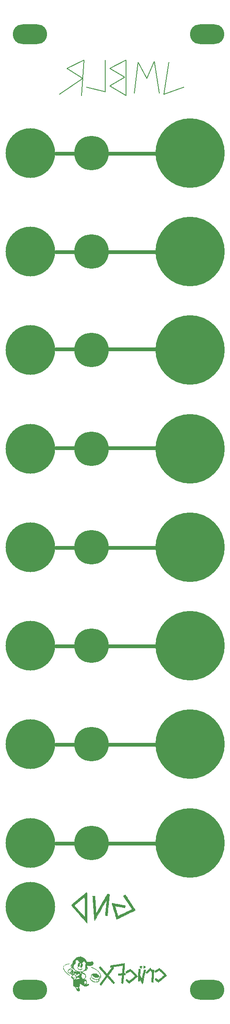
<source format=gbr>
%TF.GenerationSoftware,KiCad,Pcbnew,(5.1.6)-1*%
%TF.CreationDate,2020-06-19T12:49:59-05:00*%
%TF.ProjectId,JMBLR Panel,4a4d424c-5220-4506-916e-656c2e6b6963,rev?*%
%TF.SameCoordinates,Original*%
%TF.FileFunction,Soldermask,Bot*%
%TF.FilePolarity,Negative*%
%FSLAX46Y46*%
G04 Gerber Fmt 4.6, Leading zero omitted, Abs format (unit mm)*
G04 Created by KiCad (PCBNEW (5.1.6)-1) date 2020-06-19 12:49:59*
%MOMM*%
%LPD*%
G01*
G04 APERTURE LIST*
%ADD10C,0.750000*%
%ADD11C,0.150000*%
%ADD12C,0.010000*%
%ADD13C,10.100000*%
%ADD14C,7.000000*%
%ADD15C,14.100000*%
%ADD16O,7.000000X4.000000*%
G04 APERTURE END LIST*
D10*
X220000000Y-209750000D02*
X229500000Y-209750000D01*
X220000000Y-189750000D02*
X229500000Y-189750000D01*
X220000000Y-169750000D02*
X229500000Y-169750000D01*
X220000000Y-149750000D02*
X229500000Y-149750000D01*
X220000000Y-129500000D02*
X229500000Y-129500000D01*
X220000000Y-109500000D02*
X229500000Y-109500000D01*
X220000000Y-89750000D02*
X229500000Y-89750000D01*
X209250000Y-209750000D02*
X213000000Y-209750000D01*
X209250000Y-189750000D02*
X213000000Y-189750000D01*
X209250000Y-169750000D02*
X213000000Y-169750000D01*
X209250000Y-149750000D02*
X213000000Y-149750000D01*
X209250000Y-129500000D02*
X213000000Y-129500000D01*
X209250000Y-109500000D02*
X213000000Y-109500000D01*
X209250000Y-89750000D02*
X213000000Y-89750000D01*
X220000000Y-69750000D02*
X229500000Y-69750000D01*
X209250000Y-69750000D02*
X213000000Y-69750000D01*
D11*
X223250000Y-54250000D02*
X220250000Y-52500000D01*
X223500000Y-50750000D02*
X223500000Y-58000000D01*
X227750000Y-54500000D02*
X229250000Y-51000000D01*
X223500000Y-58000000D02*
X220250000Y-56000000D01*
X220250000Y-52500000D02*
X223500000Y-50750000D01*
X226000000Y-51250000D02*
X227750000Y-54500000D01*
X219250000Y-57250000D02*
X219250000Y-50750000D01*
X215000000Y-50750000D02*
X214500000Y-58000000D01*
X214750000Y-54500000D02*
X211500000Y-52500000D01*
X220250000Y-56000000D02*
X223250000Y-54250000D01*
X215000000Y-50750000D02*
X211500000Y-52500000D01*
X225250000Y-57500000D02*
X226000000Y-51250000D01*
X210000000Y-57750000D02*
X214750000Y-54500000D01*
X231250000Y-57750000D02*
X235250000Y-56250000D01*
X232250000Y-51250000D02*
X231250000Y-57750000D01*
X229250000Y-51000000D02*
X230250000Y-57500000D01*
X219250000Y-57250000D02*
X215500000Y-56250000D01*
D12*
%TO.C,G\u002A\u002A\u002A*%
G36*
X215505055Y-219732054D02*
G01*
X215509978Y-219751559D01*
X215514410Y-219784752D01*
X215518395Y-219834225D01*
X215521982Y-219902566D01*
X215525218Y-219992366D01*
X215528149Y-220106214D01*
X215530821Y-220246700D01*
X215533283Y-220416415D01*
X215535581Y-220617948D01*
X215537761Y-220853889D01*
X215539871Y-221126828D01*
X215541958Y-221439355D01*
X215544068Y-221794060D01*
X215546249Y-222193532D01*
X215548547Y-222640362D01*
X215549384Y-222807756D01*
X215551282Y-223200832D01*
X215552997Y-223579632D01*
X215554522Y-223941064D01*
X215555848Y-224282041D01*
X215556968Y-224599474D01*
X215557873Y-224890273D01*
X215558554Y-225151349D01*
X215559005Y-225379613D01*
X215559215Y-225571975D01*
X215559178Y-225725348D01*
X215558885Y-225836641D01*
X215558328Y-225902766D01*
X215557651Y-225921144D01*
X215539610Y-225904516D01*
X215491043Y-225854049D01*
X215415538Y-225773614D01*
X215316679Y-225667085D01*
X215198053Y-225538333D01*
X215063248Y-225391231D01*
X214915848Y-225229651D01*
X214840162Y-225146422D01*
X214477387Y-224746582D01*
X214148424Y-224382958D01*
X213852410Y-224054575D01*
X213588478Y-223760457D01*
X213355763Y-223499627D01*
X213153400Y-223271111D01*
X212980524Y-223073932D01*
X212836270Y-222907115D01*
X212719772Y-222769684D01*
X212630166Y-222660663D01*
X212582676Y-222600334D01*
X212494230Y-222461513D01*
X212455631Y-222345117D01*
X212978716Y-222345117D01*
X212987113Y-222371991D01*
X213010969Y-222411410D01*
X213053760Y-222468292D01*
X213118963Y-222547557D01*
X213210054Y-222654126D01*
X213330508Y-222792917D01*
X213360200Y-222827007D01*
X213476354Y-222959596D01*
X213619271Y-223121551D01*
X213781560Y-223304562D01*
X213955828Y-223500323D01*
X214134684Y-223700526D01*
X214310736Y-223896863D01*
X214433274Y-224033016D01*
X215097197Y-224769386D01*
X215105140Y-223384668D01*
X215106376Y-223095540D01*
X215106868Y-222798825D01*
X215106652Y-222502769D01*
X215105765Y-222215622D01*
X215104243Y-221945629D01*
X215102123Y-221701039D01*
X215099441Y-221490099D01*
X215096234Y-221321056D01*
X215095937Y-221308842D01*
X215078792Y-220617734D01*
X214706613Y-220912684D01*
X214554292Y-221033862D01*
X214388295Y-221166731D01*
X214213291Y-221307485D01*
X214033944Y-221452317D01*
X213854923Y-221597421D01*
X213680894Y-221738991D01*
X213516525Y-221873218D01*
X213366480Y-221996297D01*
X213235429Y-222104422D01*
X213128037Y-222193784D01*
X213048971Y-222260578D01*
X213002898Y-222300998D01*
X212994393Y-222309320D01*
X212982302Y-222325866D01*
X212978716Y-222345117D01*
X212455631Y-222345117D01*
X212453246Y-222337926D01*
X212459939Y-222230323D01*
X212469682Y-222204692D01*
X212499309Y-222165237D01*
X212560697Y-222100999D01*
X212646232Y-222019372D01*
X212748300Y-221927749D01*
X212806243Y-221877879D01*
X212878825Y-221817244D01*
X212981929Y-221732425D01*
X213111517Y-221626660D01*
X213263551Y-221503185D01*
X213433993Y-221365237D01*
X213618805Y-221216053D01*
X213813948Y-221058870D01*
X214015386Y-220896925D01*
X214219079Y-220733455D01*
X214420989Y-220571696D01*
X214617080Y-220414885D01*
X214803311Y-220266260D01*
X214975647Y-220129057D01*
X215130047Y-220006514D01*
X215262475Y-219901866D01*
X215368893Y-219818351D01*
X215445262Y-219759206D01*
X215487544Y-219727668D01*
X215493543Y-219723750D01*
X215499592Y-219723647D01*
X215505055Y-219732054D01*
G37*
X215505055Y-219732054D02*
X215509978Y-219751559D01*
X215514410Y-219784752D01*
X215518395Y-219834225D01*
X215521982Y-219902566D01*
X215525218Y-219992366D01*
X215528149Y-220106214D01*
X215530821Y-220246700D01*
X215533283Y-220416415D01*
X215535581Y-220617948D01*
X215537761Y-220853889D01*
X215539871Y-221126828D01*
X215541958Y-221439355D01*
X215544068Y-221794060D01*
X215546249Y-222193532D01*
X215548547Y-222640362D01*
X215549384Y-222807756D01*
X215551282Y-223200832D01*
X215552997Y-223579632D01*
X215554522Y-223941064D01*
X215555848Y-224282041D01*
X215556968Y-224599474D01*
X215557873Y-224890273D01*
X215558554Y-225151349D01*
X215559005Y-225379613D01*
X215559215Y-225571975D01*
X215559178Y-225725348D01*
X215558885Y-225836641D01*
X215558328Y-225902766D01*
X215557651Y-225921144D01*
X215539610Y-225904516D01*
X215491043Y-225854049D01*
X215415538Y-225773614D01*
X215316679Y-225667085D01*
X215198053Y-225538333D01*
X215063248Y-225391231D01*
X214915848Y-225229651D01*
X214840162Y-225146422D01*
X214477387Y-224746582D01*
X214148424Y-224382958D01*
X213852410Y-224054575D01*
X213588478Y-223760457D01*
X213355763Y-223499627D01*
X213153400Y-223271111D01*
X212980524Y-223073932D01*
X212836270Y-222907115D01*
X212719772Y-222769684D01*
X212630166Y-222660663D01*
X212582676Y-222600334D01*
X212494230Y-222461513D01*
X212455631Y-222345117D01*
X212978716Y-222345117D01*
X212987113Y-222371991D01*
X213010969Y-222411410D01*
X213053760Y-222468292D01*
X213118963Y-222547557D01*
X213210054Y-222654126D01*
X213330508Y-222792917D01*
X213360200Y-222827007D01*
X213476354Y-222959596D01*
X213619271Y-223121551D01*
X213781560Y-223304562D01*
X213955828Y-223500323D01*
X214134684Y-223700526D01*
X214310736Y-223896863D01*
X214433274Y-224033016D01*
X215097197Y-224769386D01*
X215105140Y-223384668D01*
X215106376Y-223095540D01*
X215106868Y-222798825D01*
X215106652Y-222502769D01*
X215105765Y-222215622D01*
X215104243Y-221945629D01*
X215102123Y-221701039D01*
X215099441Y-221490099D01*
X215096234Y-221321056D01*
X215095937Y-221308842D01*
X215078792Y-220617734D01*
X214706613Y-220912684D01*
X214554292Y-221033862D01*
X214388295Y-221166731D01*
X214213291Y-221307485D01*
X214033944Y-221452317D01*
X213854923Y-221597421D01*
X213680894Y-221738991D01*
X213516525Y-221873218D01*
X213366480Y-221996297D01*
X213235429Y-222104422D01*
X213128037Y-222193784D01*
X213048971Y-222260578D01*
X213002898Y-222300998D01*
X212994393Y-222309320D01*
X212982302Y-222325866D01*
X212978716Y-222345117D01*
X212455631Y-222345117D01*
X212453246Y-222337926D01*
X212459939Y-222230323D01*
X212469682Y-222204692D01*
X212499309Y-222165237D01*
X212560697Y-222100999D01*
X212646232Y-222019372D01*
X212748300Y-221927749D01*
X212806243Y-221877879D01*
X212878825Y-221817244D01*
X212981929Y-221732425D01*
X213111517Y-221626660D01*
X213263551Y-221503185D01*
X213433993Y-221365237D01*
X213618805Y-221216053D01*
X213813948Y-221058870D01*
X214015386Y-220896925D01*
X214219079Y-220733455D01*
X214420989Y-220571696D01*
X214617080Y-220414885D01*
X214803311Y-220266260D01*
X214975647Y-220129057D01*
X215130047Y-220006514D01*
X215262475Y-219901866D01*
X215368893Y-219818351D01*
X215445262Y-219759206D01*
X215487544Y-219727668D01*
X215493543Y-219723750D01*
X215499592Y-219723647D01*
X215505055Y-219732054D01*
G36*
X219792086Y-220022356D02*
G01*
X219870894Y-220044715D01*
X219929575Y-220063152D01*
X220032881Y-220098496D01*
X220094762Y-220126861D01*
X220123326Y-220152775D01*
X220127727Y-220173792D01*
X220124658Y-220205689D01*
X220116862Y-220284357D01*
X220104725Y-220405974D01*
X220088628Y-220566717D01*
X220068958Y-220762764D01*
X220046097Y-220990292D01*
X220020430Y-221245479D01*
X219992340Y-221524503D01*
X219962211Y-221823540D01*
X219930428Y-222138770D01*
X219911611Y-222325296D01*
X219699199Y-224430423D01*
X219495796Y-224413560D01*
X219398542Y-224403784D01*
X219321733Y-224392869D01*
X219278783Y-224382817D01*
X219274833Y-224380605D01*
X219274270Y-224353154D01*
X219278618Y-224279458D01*
X219287488Y-224163847D01*
X219300489Y-224010650D01*
X219317230Y-223824196D01*
X219337322Y-223608816D01*
X219360373Y-223368838D01*
X219385994Y-223108591D01*
X219413794Y-222832404D01*
X219419538Y-222776052D01*
X219447846Y-222497447D01*
X219474308Y-222234117D01*
X219498511Y-221990365D01*
X219520040Y-221770498D01*
X219538484Y-221578818D01*
X219553428Y-221419629D01*
X219564459Y-221297237D01*
X219571164Y-221215945D01*
X219573130Y-221180058D01*
X219572914Y-221178703D01*
X219571055Y-221176957D01*
X219568367Y-221177228D01*
X219563409Y-221182002D01*
X219554742Y-221193767D01*
X219540924Y-221215011D01*
X219520516Y-221248219D01*
X219492076Y-221295881D01*
X219454164Y-221360482D01*
X219405341Y-221444510D01*
X219344165Y-221550452D01*
X219269195Y-221680796D01*
X219178992Y-221838029D01*
X219072116Y-222024637D01*
X218947124Y-222243109D01*
X218802578Y-222495931D01*
X218637037Y-222785591D01*
X218449059Y-223114576D01*
X218250610Y-223461911D01*
X218082963Y-223755213D01*
X217922326Y-224036007D01*
X217770513Y-224301138D01*
X217629337Y-224547450D01*
X217500612Y-224771788D01*
X217386151Y-224970996D01*
X217287766Y-225141919D01*
X217207272Y-225281400D01*
X217146481Y-225386285D01*
X217107207Y-225453417D01*
X217091262Y-225479640D01*
X217091156Y-225479770D01*
X217078231Y-225469577D01*
X217064789Y-225420335D01*
X217056551Y-225365356D01*
X217052241Y-225318849D01*
X217044700Y-225227734D01*
X217034241Y-225096231D01*
X217021177Y-224928558D01*
X217005821Y-224728935D01*
X216988485Y-224501580D01*
X216969483Y-224250712D01*
X216949126Y-223980550D01*
X216927728Y-223695313D01*
X216905602Y-223399219D01*
X216883060Y-223096488D01*
X216860415Y-222791338D01*
X216837980Y-222487989D01*
X216816068Y-222190658D01*
X216794990Y-221903565D01*
X216775061Y-221630929D01*
X216756593Y-221376969D01*
X216739899Y-221145903D01*
X216725291Y-220941951D01*
X216713082Y-220769330D01*
X216703585Y-220632261D01*
X216697112Y-220534961D01*
X216693977Y-220481651D01*
X216693822Y-220472537D01*
X216719708Y-220469103D01*
X216784341Y-220463177D01*
X216875738Y-220455822D01*
X216916020Y-220452799D01*
X217133041Y-220436827D01*
X217255532Y-222108278D01*
X217276915Y-222398560D01*
X217297614Y-222676645D01*
X217317270Y-222937923D01*
X217335527Y-223177782D01*
X217352029Y-223391610D01*
X217366418Y-223574797D01*
X217378338Y-223722731D01*
X217387432Y-223830800D01*
X217393342Y-223894394D01*
X217394603Y-223905375D01*
X217411185Y-224031021D01*
X218539133Y-222056418D01*
X218706145Y-221764173D01*
X218866358Y-221484072D01*
X219017925Y-221219330D01*
X219158999Y-220973163D01*
X219287733Y-220748786D01*
X219402279Y-220549413D01*
X219500792Y-220378260D01*
X219581423Y-220238541D01*
X219642326Y-220133472D01*
X219681654Y-220066267D01*
X219697400Y-220040353D01*
X219716447Y-220021265D01*
X219744307Y-220014903D01*
X219792086Y-220022356D01*
G37*
X219792086Y-220022356D02*
X219870894Y-220044715D01*
X219929575Y-220063152D01*
X220032881Y-220098496D01*
X220094762Y-220126861D01*
X220123326Y-220152775D01*
X220127727Y-220173792D01*
X220124658Y-220205689D01*
X220116862Y-220284357D01*
X220104725Y-220405974D01*
X220088628Y-220566717D01*
X220068958Y-220762764D01*
X220046097Y-220990292D01*
X220020430Y-221245479D01*
X219992340Y-221524503D01*
X219962211Y-221823540D01*
X219930428Y-222138770D01*
X219911611Y-222325296D01*
X219699199Y-224430423D01*
X219495796Y-224413560D01*
X219398542Y-224403784D01*
X219321733Y-224392869D01*
X219278783Y-224382817D01*
X219274833Y-224380605D01*
X219274270Y-224353154D01*
X219278618Y-224279458D01*
X219287488Y-224163847D01*
X219300489Y-224010650D01*
X219317230Y-223824196D01*
X219337322Y-223608816D01*
X219360373Y-223368838D01*
X219385994Y-223108591D01*
X219413794Y-222832404D01*
X219419538Y-222776052D01*
X219447846Y-222497447D01*
X219474308Y-222234117D01*
X219498511Y-221990365D01*
X219520040Y-221770498D01*
X219538484Y-221578818D01*
X219553428Y-221419629D01*
X219564459Y-221297237D01*
X219571164Y-221215945D01*
X219573130Y-221180058D01*
X219572914Y-221178703D01*
X219571055Y-221176957D01*
X219568367Y-221177228D01*
X219563409Y-221182002D01*
X219554742Y-221193767D01*
X219540924Y-221215011D01*
X219520516Y-221248219D01*
X219492076Y-221295881D01*
X219454164Y-221360482D01*
X219405341Y-221444510D01*
X219344165Y-221550452D01*
X219269195Y-221680796D01*
X219178992Y-221838029D01*
X219072116Y-222024637D01*
X218947124Y-222243109D01*
X218802578Y-222495931D01*
X218637037Y-222785591D01*
X218449059Y-223114576D01*
X218250610Y-223461911D01*
X218082963Y-223755213D01*
X217922326Y-224036007D01*
X217770513Y-224301138D01*
X217629337Y-224547450D01*
X217500612Y-224771788D01*
X217386151Y-224970996D01*
X217287766Y-225141919D01*
X217207272Y-225281400D01*
X217146481Y-225386285D01*
X217107207Y-225453417D01*
X217091262Y-225479640D01*
X217091156Y-225479770D01*
X217078231Y-225469577D01*
X217064789Y-225420335D01*
X217056551Y-225365356D01*
X217052241Y-225318849D01*
X217044700Y-225227734D01*
X217034241Y-225096231D01*
X217021177Y-224928558D01*
X217005821Y-224728935D01*
X216988485Y-224501580D01*
X216969483Y-224250712D01*
X216949126Y-223980550D01*
X216927728Y-223695313D01*
X216905602Y-223399219D01*
X216883060Y-223096488D01*
X216860415Y-222791338D01*
X216837980Y-222487989D01*
X216816068Y-222190658D01*
X216794990Y-221903565D01*
X216775061Y-221630929D01*
X216756593Y-221376969D01*
X216739899Y-221145903D01*
X216725291Y-220941951D01*
X216713082Y-220769330D01*
X216703585Y-220632261D01*
X216697112Y-220534961D01*
X216693977Y-220481651D01*
X216693822Y-220472537D01*
X216719708Y-220469103D01*
X216784341Y-220463177D01*
X216875738Y-220455822D01*
X216916020Y-220452799D01*
X217133041Y-220436827D01*
X217255532Y-222108278D01*
X217276915Y-222398560D01*
X217297614Y-222676645D01*
X217317270Y-222937923D01*
X217335527Y-223177782D01*
X217352029Y-223391610D01*
X217366418Y-223574797D01*
X217378338Y-223722731D01*
X217387432Y-223830800D01*
X217393342Y-223894394D01*
X217394603Y-223905375D01*
X217411185Y-224031021D01*
X218539133Y-222056418D01*
X218706145Y-221764173D01*
X218866358Y-221484072D01*
X219017925Y-221219330D01*
X219158999Y-220973163D01*
X219287733Y-220748786D01*
X219402279Y-220549413D01*
X219500792Y-220378260D01*
X219581423Y-220238541D01*
X219642326Y-220133472D01*
X219681654Y-220066267D01*
X219697400Y-220040353D01*
X219716447Y-220021265D01*
X219744307Y-220014903D01*
X219792086Y-220022356D01*
G36*
X223358202Y-220229277D02*
G01*
X223401566Y-220288706D01*
X223466916Y-220382601D01*
X223551584Y-220506876D01*
X223652906Y-220657449D01*
X223768215Y-220830236D01*
X223894846Y-221021154D01*
X224030133Y-221226118D01*
X224171411Y-221441046D01*
X224316014Y-221661853D01*
X224461276Y-221884457D01*
X224604531Y-222104772D01*
X224743115Y-222318717D01*
X224874361Y-222522208D01*
X224995603Y-222711160D01*
X225104176Y-222881490D01*
X225197414Y-223029116D01*
X225272652Y-223149952D01*
X225327224Y-223239916D01*
X225358464Y-223294923D01*
X225364836Y-223311050D01*
X225340151Y-223324411D01*
X225273978Y-223358016D01*
X225170439Y-223409841D01*
X225033656Y-223477862D01*
X224867753Y-223560056D01*
X224676852Y-223654400D01*
X224465076Y-223758871D01*
X224236549Y-223871444D01*
X223995392Y-223990098D01*
X223745729Y-224112808D01*
X223491682Y-224237551D01*
X223237375Y-224362304D01*
X222986930Y-224485043D01*
X222744470Y-224603746D01*
X222514117Y-224716388D01*
X222299995Y-224820947D01*
X222106227Y-224915399D01*
X221936934Y-224997721D01*
X221796241Y-225065890D01*
X221688270Y-225117882D01*
X221617143Y-225151673D01*
X221586984Y-225165242D01*
X221586301Y-225165415D01*
X221577910Y-225141732D01*
X221556102Y-225073346D01*
X221522102Y-224964253D01*
X221477133Y-224818448D01*
X221422416Y-224639927D01*
X221359177Y-224432686D01*
X221288637Y-224200719D01*
X221212021Y-223948022D01*
X221130550Y-223678591D01*
X221090095Y-223544544D01*
X221006777Y-223268075D01*
X220927945Y-223006043D01*
X220854805Y-222762488D01*
X220788565Y-222541453D01*
X220730431Y-222346978D01*
X220681611Y-222183104D01*
X220643312Y-222053874D01*
X220616741Y-221963327D01*
X220603106Y-221915506D01*
X220601510Y-221908933D01*
X220625637Y-221911049D01*
X220694244Y-221921438D01*
X220801815Y-221939104D01*
X220942829Y-221963054D01*
X221111769Y-221992294D01*
X221303117Y-222025831D01*
X221511353Y-222062671D01*
X221730959Y-222101819D01*
X221956417Y-222142282D01*
X222182208Y-222183066D01*
X222402814Y-222223178D01*
X222612717Y-222261623D01*
X222806397Y-222297409D01*
X222978336Y-222329540D01*
X223123016Y-222357023D01*
X223234919Y-222378864D01*
X223308525Y-222394070D01*
X223338317Y-222401647D01*
X223338603Y-222401849D01*
X223338011Y-222428614D01*
X223329369Y-222490567D01*
X223315375Y-222573196D01*
X223298727Y-222661987D01*
X223282122Y-222742426D01*
X223268257Y-222800000D01*
X223260894Y-222819903D01*
X223234617Y-222817614D01*
X223163702Y-222807021D01*
X223053520Y-222789041D01*
X222909440Y-222764588D01*
X222736834Y-222734579D01*
X222541072Y-222699928D01*
X222327523Y-222661552D01*
X222254455Y-222648298D01*
X222036184Y-222608925D01*
X221833884Y-222573036D01*
X221652933Y-222541537D01*
X221498710Y-222515340D01*
X221376594Y-222495353D01*
X221291964Y-222482486D01*
X221250199Y-222477647D01*
X221246746Y-222477961D01*
X221251824Y-222503304D01*
X221269948Y-222571101D01*
X221299272Y-222675182D01*
X221337950Y-222809380D01*
X221384136Y-222967527D01*
X221435984Y-223143454D01*
X221491647Y-223330993D01*
X221549280Y-223523976D01*
X221607037Y-223716234D01*
X221663072Y-223901601D01*
X221715538Y-224073906D01*
X221762590Y-224226983D01*
X221802381Y-224354663D01*
X221833065Y-224450777D01*
X221852797Y-224509158D01*
X221859220Y-224524401D01*
X221882827Y-224515156D01*
X221947360Y-224485813D01*
X222048087Y-224438667D01*
X222180280Y-224376014D01*
X222339208Y-224300148D01*
X222520140Y-224213364D01*
X222718348Y-224117957D01*
X222929100Y-224016221D01*
X223147667Y-223910452D01*
X223369318Y-223802943D01*
X223589324Y-223695991D01*
X223802954Y-223591890D01*
X224005479Y-223492934D01*
X224192168Y-223401418D01*
X224358292Y-223319638D01*
X224499119Y-223249887D01*
X224609921Y-223194462D01*
X224685967Y-223155656D01*
X224722527Y-223135765D01*
X224724808Y-223134148D01*
X224714112Y-223110817D01*
X224677566Y-223048762D01*
X224617488Y-222951597D01*
X224536193Y-222822936D01*
X224435998Y-222666394D01*
X224319219Y-222485585D01*
X224188171Y-222284123D01*
X224045172Y-222065622D01*
X223892537Y-221833697D01*
X223854749Y-221776471D01*
X222967890Y-220434274D01*
X223143202Y-220320866D01*
X223226733Y-220268488D01*
X223294325Y-220229170D01*
X223334503Y-220209488D01*
X223339487Y-220208395D01*
X223358202Y-220229277D01*
G37*
X223358202Y-220229277D02*
X223401566Y-220288706D01*
X223466916Y-220382601D01*
X223551584Y-220506876D01*
X223652906Y-220657449D01*
X223768215Y-220830236D01*
X223894846Y-221021154D01*
X224030133Y-221226118D01*
X224171411Y-221441046D01*
X224316014Y-221661853D01*
X224461276Y-221884457D01*
X224604531Y-222104772D01*
X224743115Y-222318717D01*
X224874361Y-222522208D01*
X224995603Y-222711160D01*
X225104176Y-222881490D01*
X225197414Y-223029116D01*
X225272652Y-223149952D01*
X225327224Y-223239916D01*
X225358464Y-223294923D01*
X225364836Y-223311050D01*
X225340151Y-223324411D01*
X225273978Y-223358016D01*
X225170439Y-223409841D01*
X225033656Y-223477862D01*
X224867753Y-223560056D01*
X224676852Y-223654400D01*
X224465076Y-223758871D01*
X224236549Y-223871444D01*
X223995392Y-223990098D01*
X223745729Y-224112808D01*
X223491682Y-224237551D01*
X223237375Y-224362304D01*
X222986930Y-224485043D01*
X222744470Y-224603746D01*
X222514117Y-224716388D01*
X222299995Y-224820947D01*
X222106227Y-224915399D01*
X221936934Y-224997721D01*
X221796241Y-225065890D01*
X221688270Y-225117882D01*
X221617143Y-225151673D01*
X221586984Y-225165242D01*
X221586301Y-225165415D01*
X221577910Y-225141732D01*
X221556102Y-225073346D01*
X221522102Y-224964253D01*
X221477133Y-224818448D01*
X221422416Y-224639927D01*
X221359177Y-224432686D01*
X221288637Y-224200719D01*
X221212021Y-223948022D01*
X221130550Y-223678591D01*
X221090095Y-223544544D01*
X221006777Y-223268075D01*
X220927945Y-223006043D01*
X220854805Y-222762488D01*
X220788565Y-222541453D01*
X220730431Y-222346978D01*
X220681611Y-222183104D01*
X220643312Y-222053874D01*
X220616741Y-221963327D01*
X220603106Y-221915506D01*
X220601510Y-221908933D01*
X220625637Y-221911049D01*
X220694244Y-221921438D01*
X220801815Y-221939104D01*
X220942829Y-221963054D01*
X221111769Y-221992294D01*
X221303117Y-222025831D01*
X221511353Y-222062671D01*
X221730959Y-222101819D01*
X221956417Y-222142282D01*
X222182208Y-222183066D01*
X222402814Y-222223178D01*
X222612717Y-222261623D01*
X222806397Y-222297409D01*
X222978336Y-222329540D01*
X223123016Y-222357023D01*
X223234919Y-222378864D01*
X223308525Y-222394070D01*
X223338317Y-222401647D01*
X223338603Y-222401849D01*
X223338011Y-222428614D01*
X223329369Y-222490567D01*
X223315375Y-222573196D01*
X223298727Y-222661987D01*
X223282122Y-222742426D01*
X223268257Y-222800000D01*
X223260894Y-222819903D01*
X223234617Y-222817614D01*
X223163702Y-222807021D01*
X223053520Y-222789041D01*
X222909440Y-222764588D01*
X222736834Y-222734579D01*
X222541072Y-222699928D01*
X222327523Y-222661552D01*
X222254455Y-222648298D01*
X222036184Y-222608925D01*
X221833884Y-222573036D01*
X221652933Y-222541537D01*
X221498710Y-222515340D01*
X221376594Y-222495353D01*
X221291964Y-222482486D01*
X221250199Y-222477647D01*
X221246746Y-222477961D01*
X221251824Y-222503304D01*
X221269948Y-222571101D01*
X221299272Y-222675182D01*
X221337950Y-222809380D01*
X221384136Y-222967527D01*
X221435984Y-223143454D01*
X221491647Y-223330993D01*
X221549280Y-223523976D01*
X221607037Y-223716234D01*
X221663072Y-223901601D01*
X221715538Y-224073906D01*
X221762590Y-224226983D01*
X221802381Y-224354663D01*
X221833065Y-224450777D01*
X221852797Y-224509158D01*
X221859220Y-224524401D01*
X221882827Y-224515156D01*
X221947360Y-224485813D01*
X222048087Y-224438667D01*
X222180280Y-224376014D01*
X222339208Y-224300148D01*
X222520140Y-224213364D01*
X222718348Y-224117957D01*
X222929100Y-224016221D01*
X223147667Y-223910452D01*
X223369318Y-223802943D01*
X223589324Y-223695991D01*
X223802954Y-223591890D01*
X224005479Y-223492934D01*
X224192168Y-223401418D01*
X224358292Y-223319638D01*
X224499119Y-223249887D01*
X224609921Y-223194462D01*
X224685967Y-223155656D01*
X224722527Y-223135765D01*
X224724808Y-223134148D01*
X224714112Y-223110817D01*
X224677566Y-223048762D01*
X224617488Y-222951597D01*
X224536193Y-222822936D01*
X224435998Y-222666394D01*
X224319219Y-222485585D01*
X224188171Y-222284123D01*
X224045172Y-222065622D01*
X223892537Y-221833697D01*
X223854749Y-221776471D01*
X222967890Y-220434274D01*
X223143202Y-220320866D01*
X223226733Y-220268488D01*
X223294325Y-220229170D01*
X223334503Y-220209488D01*
X223339487Y-220208395D01*
X223358202Y-220229277D01*
G36*
X214366293Y-232801985D02*
G01*
X214613693Y-232882263D01*
X214833664Y-233001440D01*
X215028785Y-233161705D01*
X215201637Y-233365251D01*
X215354799Y-233614268D01*
X215379742Y-233662629D01*
X215478660Y-233859342D01*
X215675591Y-233846319D01*
X215778808Y-233839089D01*
X215915125Y-233828975D01*
X216066965Y-233817305D01*
X216216752Y-233805409D01*
X216219759Y-233805165D01*
X216353088Y-233795947D01*
X216473183Y-233790550D01*
X216568399Y-233789295D01*
X216627094Y-233792503D01*
X216633711Y-233793779D01*
X216710195Y-233837052D01*
X216763976Y-233915475D01*
X216792163Y-234017364D01*
X216791864Y-234131037D01*
X216760188Y-234244811D01*
X216750437Y-234265370D01*
X216661260Y-234386598D01*
X216535336Y-234482189D01*
X216380947Y-234550134D01*
X216206375Y-234588422D01*
X216019902Y-234595045D01*
X215829811Y-234567992D01*
X215687247Y-234523369D01*
X215612211Y-234494456D01*
X215558462Y-234475152D01*
X215541050Y-234470220D01*
X215533132Y-234492714D01*
X215528267Y-234548479D01*
X215527813Y-234565565D01*
X215520443Y-234639602D01*
X215502610Y-234739963D01*
X215479672Y-234838889D01*
X215457755Y-234926466D01*
X215443297Y-234992150D01*
X215439094Y-235023103D01*
X215439398Y-235023859D01*
X215461128Y-235014785D01*
X215504654Y-234983191D01*
X215505783Y-234982278D01*
X215545047Y-234943709D01*
X215546078Y-234913240D01*
X215531697Y-234892654D01*
X215514183Y-234859637D01*
X215524724Y-234851601D01*
X215565399Y-234874164D01*
X215602140Y-234930851D01*
X215626227Y-235005163D01*
X215630981Y-235052635D01*
X215610731Y-235166099D01*
X215556299Y-235286886D01*
X215477159Y-235396242D01*
X215437624Y-235435316D01*
X215345553Y-235504678D01*
X215240002Y-235566850D01*
X215136632Y-235613968D01*
X215051110Y-235638169D01*
X215030305Y-235639790D01*
X214987404Y-235649499D01*
X214911368Y-235675103D01*
X214815290Y-235711314D01*
X214712265Y-235752845D01*
X214615386Y-235794409D01*
X214537748Y-235830718D01*
X214492443Y-235856485D01*
X214491133Y-235857505D01*
X214490651Y-235884449D01*
X214516860Y-235923703D01*
X214555096Y-235957986D01*
X214586851Y-235970320D01*
X214651716Y-235985742D01*
X214742034Y-236026940D01*
X214844898Y-236086312D01*
X214947396Y-236156256D01*
X215036620Y-236229171D01*
X215053371Y-236245037D01*
X215180933Y-236396816D01*
X215263162Y-236555653D01*
X215298805Y-236716942D01*
X215286607Y-236876081D01*
X215252494Y-236976043D01*
X215206735Y-237050528D01*
X215140354Y-237128253D01*
X215065584Y-237197834D01*
X214994654Y-237247883D01*
X214939918Y-237267017D01*
X214901591Y-237262583D01*
X214903094Y-237246698D01*
X214946925Y-237215485D01*
X214988989Y-237190940D01*
X215102362Y-237101188D01*
X215188820Y-236981758D01*
X215238055Y-236848105D01*
X215243908Y-236808796D01*
X215240995Y-236690955D01*
X215214883Y-236568828D01*
X215171104Y-236460659D01*
X215115285Y-236384777D01*
X215065266Y-236350822D01*
X214985072Y-236307905D01*
X214886311Y-236260971D01*
X214780593Y-236214966D01*
X214679528Y-236174836D01*
X214594725Y-236145526D01*
X214537795Y-236131982D01*
X214523444Y-236132654D01*
X214496807Y-236166232D01*
X214486836Y-236223262D01*
X214476968Y-236295314D01*
X214452318Y-236382165D01*
X214442373Y-236408394D01*
X214410690Y-236529522D01*
X214398035Y-236686724D01*
X214397878Y-236707657D01*
X214399609Y-236803454D01*
X214408386Y-236874998D01*
X214429529Y-236940321D01*
X214468361Y-237017455D01*
X214511418Y-237092407D01*
X214624989Y-237286466D01*
X214754706Y-237299854D01*
X214836188Y-237314139D01*
X214947290Y-237341370D01*
X215069924Y-237376884D01*
X215133339Y-237397446D01*
X215263644Y-237445211D01*
X215350411Y-237487910D01*
X215399837Y-237531072D01*
X215418121Y-237580225D01*
X215411458Y-237640900D01*
X215410477Y-237644734D01*
X215413138Y-237697461D01*
X215435351Y-237772576D01*
X215453392Y-237814468D01*
X215494798Y-237946649D01*
X215491444Y-238084877D01*
X215442814Y-238235913D01*
X215417207Y-238288823D01*
X215382118Y-238359612D01*
X215360596Y-238409266D01*
X215357011Y-238424755D01*
X215383109Y-238421928D01*
X215445428Y-238408520D01*
X215531126Y-238387326D01*
X215541992Y-238384491D01*
X215697482Y-238349759D01*
X215811217Y-238338962D01*
X215886550Y-238352567D01*
X215926835Y-238391036D01*
X215936086Y-238439038D01*
X215913353Y-238493469D01*
X215851957Y-238554567D01*
X215762101Y-238614932D01*
X215653986Y-238667159D01*
X215590594Y-238689686D01*
X215472052Y-238717020D01*
X215333711Y-238734750D01*
X215191383Y-238742258D01*
X215060877Y-238738925D01*
X214958002Y-238724132D01*
X214929910Y-238715555D01*
X214879390Y-238692207D01*
X214877567Y-238679498D01*
X214923371Y-238677628D01*
X215015731Y-238686796D01*
X215055479Y-238692169D01*
X215202263Y-238701374D01*
X215356799Y-238691357D01*
X215508435Y-238664877D01*
X215646518Y-238624692D01*
X215760392Y-238573562D01*
X215839406Y-238514245D01*
X215862013Y-238483319D01*
X215881439Y-238435206D01*
X215868918Y-238425035D01*
X215826087Y-238452563D01*
X215777136Y-238495841D01*
X215660898Y-238573969D01*
X215505488Y-238625367D01*
X215309581Y-238650266D01*
X215071854Y-238648896D01*
X214950959Y-238639778D01*
X214867805Y-238629115D01*
X214827826Y-238612328D01*
X214823365Y-238582052D01*
X214839297Y-238546431D01*
X215104243Y-238546431D01*
X215134049Y-238567131D01*
X215169330Y-238568472D01*
X215212373Y-238572554D01*
X215224174Y-238587541D01*
X215239333Y-238612774D01*
X215284837Y-238597271D01*
X215335159Y-238561868D01*
X215380691Y-238529944D01*
X215399454Y-238530939D01*
X215402152Y-238549155D01*
X215413541Y-238584856D01*
X215448092Y-238576140D01*
X215503759Y-238525676D01*
X215543341Y-238472914D01*
X215543388Y-238446003D01*
X215506318Y-238449903D01*
X215474249Y-238465161D01*
X215410760Y-238487633D01*
X215366335Y-238490365D01*
X215299768Y-238487965D01*
X215224877Y-238496177D01*
X215157356Y-238511645D01*
X215112898Y-238531012D01*
X215104243Y-238546431D01*
X214839297Y-238546431D01*
X214843687Y-238536617D01*
X214854606Y-238496930D01*
X214835897Y-238489779D01*
X214798909Y-238517587D01*
X214791942Y-238525575D01*
X214749939Y-238557820D01*
X214727696Y-238563713D01*
X214696067Y-238550685D01*
X214629743Y-238514691D01*
X214536735Y-238460364D01*
X214425056Y-238392339D01*
X214348433Y-238344355D01*
X214231314Y-238271111D01*
X214130083Y-238209444D01*
X214052078Y-238163695D01*
X214004639Y-238138201D01*
X213993624Y-238134595D01*
X213992319Y-238162864D01*
X213997152Y-238226612D01*
X214005186Y-238296747D01*
X214016854Y-238413104D01*
X214024977Y-238542449D01*
X214027033Y-238609364D01*
X214020045Y-238723385D01*
X213989762Y-238804389D01*
X213927667Y-238868018D01*
X213863991Y-238908736D01*
X213836320Y-238928548D01*
X213834600Y-238952369D01*
X213861186Y-238994862D01*
X213882383Y-239023151D01*
X213940999Y-239120057D01*
X213991169Y-239238421D01*
X214027410Y-239360924D01*
X214044244Y-239470249D01*
X214041953Y-239527407D01*
X214002755Y-239642347D01*
X213935399Y-239718689D01*
X213846220Y-239753029D01*
X213741554Y-239741963D01*
X213685992Y-239718653D01*
X213616808Y-239677098D01*
X213562262Y-239636177D01*
X213511029Y-239581175D01*
X213457774Y-239510427D01*
X213411462Y-239437865D01*
X213381055Y-239377419D01*
X213374744Y-239344734D01*
X213391724Y-239339803D01*
X213416807Y-239373288D01*
X213468533Y-239449792D01*
X213541823Y-239534749D01*
X213621258Y-239612037D01*
X213691423Y-239665532D01*
X213701831Y-239671365D01*
X213803685Y-239704831D01*
X213887155Y-239694873D01*
X213949068Y-239646592D01*
X213986253Y-239565089D01*
X213995534Y-239455463D01*
X213973740Y-239322813D01*
X213955394Y-239263835D01*
X213920972Y-239177171D01*
X213885888Y-239106548D01*
X213862723Y-239073145D01*
X213843606Y-239059728D01*
X213846124Y-239081700D01*
X213870935Y-239143915D01*
X213872915Y-239148498D01*
X213911953Y-239260917D01*
X213936691Y-239377675D01*
X213945132Y-239483368D01*
X213935279Y-239562593D01*
X213928664Y-239578514D01*
X213881193Y-239618226D01*
X213805671Y-239631724D01*
X213717706Y-239618866D01*
X213635370Y-239581157D01*
X213583802Y-239534427D01*
X213520657Y-239459348D01*
X213485256Y-239408869D01*
X213647797Y-239408869D01*
X213667902Y-239426759D01*
X213719707Y-239421589D01*
X213790452Y-239394976D01*
X213801613Y-239389387D01*
X213854427Y-239352077D01*
X213877628Y-239316776D01*
X213869611Y-239294352D01*
X213828770Y-239295674D01*
X213814757Y-239300407D01*
X213737932Y-239335416D01*
X213677865Y-239373115D01*
X213648685Y-239404328D01*
X213647797Y-239408869D01*
X213485256Y-239408869D01*
X213459312Y-239371877D01*
X213457392Y-239368835D01*
X213432284Y-239330993D01*
X213571521Y-239330993D01*
X213587484Y-239350518D01*
X213636999Y-239337369D01*
X213707637Y-239299879D01*
X213765773Y-239258151D01*
X213805398Y-239216357D01*
X213818753Y-239184871D01*
X213801834Y-239173924D01*
X213766063Y-239187257D01*
X213709485Y-239220114D01*
X213647809Y-239261783D01*
X213596743Y-239301552D01*
X213571993Y-239328708D01*
X213571521Y-239330993D01*
X213432284Y-239330993D01*
X213387561Y-239263589D01*
X213308397Y-239152844D01*
X213247347Y-239073565D01*
X213191963Y-238998284D01*
X213152991Y-238931761D01*
X213139289Y-238890664D01*
X213136450Y-238867204D01*
X213130337Y-238858207D01*
X213167294Y-238858207D01*
X213173159Y-238884457D01*
X213204765Y-238936558D01*
X213253424Y-239002933D01*
X213310450Y-239072007D01*
X213367159Y-239132203D01*
X213385885Y-239149525D01*
X213473196Y-239204061D01*
X213564694Y-239225400D01*
X213645661Y-239211688D01*
X213682071Y-239186869D01*
X213715264Y-239137736D01*
X213746837Y-239067110D01*
X213750419Y-239056721D01*
X213765328Y-238985569D01*
X213747778Y-238943449D01*
X213691423Y-238923543D01*
X213622372Y-238919124D01*
X213551151Y-238913484D01*
X213452484Y-238900052D01*
X213355405Y-238883158D01*
X213266695Y-238867404D01*
X213199738Y-238858356D01*
X213167957Y-238857793D01*
X213167294Y-238858207D01*
X213130337Y-238858207D01*
X213122702Y-238846972D01*
X213090201Y-238825596D01*
X213031100Y-238798707D01*
X212937554Y-238761934D01*
X212846897Y-238727793D01*
X212776435Y-238697509D01*
X212754345Y-238677648D01*
X212766447Y-238670537D01*
X212798454Y-238652578D01*
X212799269Y-238608940D01*
X212795546Y-238593211D01*
X212789991Y-238548591D01*
X212785276Y-238476843D01*
X213572294Y-238476843D01*
X213579467Y-238525544D01*
X213596454Y-238553736D01*
X213614063Y-238548348D01*
X213617285Y-238540835D01*
X213612887Y-238499447D01*
X213601801Y-238474467D01*
X213679999Y-238474467D01*
X213701884Y-238519907D01*
X213708085Y-238531932D01*
X213742504Y-238586215D01*
X213772382Y-238613723D01*
X213776472Y-238614564D01*
X213788911Y-238597298D01*
X213777207Y-238567979D01*
X213736092Y-238512051D01*
X213708820Y-238485346D01*
X213682273Y-238465360D01*
X213679999Y-238474467D01*
X213601801Y-238474467D01*
X213599519Y-238469326D01*
X213579050Y-238439411D01*
X213572842Y-238456788D01*
X213572294Y-238476843D01*
X212785276Y-238476843D01*
X212784268Y-238461513D01*
X212778738Y-238340364D01*
X212773758Y-238193532D01*
X212769688Y-238029407D01*
X212768339Y-237957478D01*
X212768229Y-237950934D01*
X214886961Y-237950934D01*
X214953866Y-238030446D01*
X215002606Y-238103739D01*
X215018679Y-238178917D01*
X215004877Y-238274250D01*
X214996082Y-238306891D01*
X214982513Y-238389457D01*
X214997174Y-238431907D01*
X215035242Y-238432766D01*
X215091892Y-238390562D01*
X215129796Y-238347742D01*
X215202286Y-238278465D01*
X215288467Y-238245142D01*
X215303403Y-238242474D01*
X215382500Y-238216212D01*
X215429892Y-238163567D01*
X215449222Y-238077623D01*
X215446140Y-237971384D01*
X215409764Y-237843950D01*
X215328040Y-237735736D01*
X215215991Y-237657244D01*
X215171036Y-237637880D01*
X215133993Y-237637844D01*
X215096069Y-237663002D01*
X215048468Y-237719221D01*
X214982395Y-237812367D01*
X214981513Y-237813647D01*
X214886961Y-237950934D01*
X212768229Y-237950934D01*
X212758710Y-237389381D01*
X212688389Y-237336300D01*
X212595171Y-237257966D01*
X212506968Y-237169976D01*
X212433460Y-237083389D01*
X212384327Y-237009264D01*
X212369954Y-236972535D01*
X212362599Y-236887161D01*
X212364546Y-236878168D01*
X212409198Y-236878168D01*
X212424425Y-236976776D01*
X212484725Y-237076345D01*
X212555025Y-237150629D01*
X212626037Y-237213735D01*
X212673536Y-237245185D01*
X212708488Y-237250699D01*
X212730982Y-237242394D01*
X212779242Y-237209592D01*
X212788189Y-237176829D01*
X212756309Y-237134336D01*
X212707793Y-237092688D01*
X212628598Y-237036095D01*
X212571549Y-237015522D01*
X212525712Y-237028364D01*
X212505626Y-237044544D01*
X212484240Y-237061131D01*
X212491120Y-237039762D01*
X212498353Y-237025475D01*
X212533554Y-236976743D01*
X212589473Y-236916798D01*
X212609126Y-236898348D01*
X212648948Y-236864713D01*
X212659038Y-236861602D01*
X212648347Y-236876146D01*
X212625618Y-236907181D01*
X212623504Y-236933398D01*
X212647481Y-236966478D01*
X212703026Y-237018098D01*
X212723309Y-237035992D01*
X212790721Y-237089320D01*
X212846581Y-237122832D01*
X212875672Y-237129410D01*
X212900974Y-237127670D01*
X212895047Y-237148845D01*
X212865166Y-237182633D01*
X212818606Y-237218732D01*
X212807961Y-237225305D01*
X212750708Y-237265526D01*
X212738680Y-237298980D01*
X212772413Y-237336068D01*
X212815115Y-237364565D01*
X212899533Y-237399374D01*
X212992547Y-237398819D01*
X213106124Y-237362320D01*
X213135934Y-237349003D01*
X213193925Y-237306543D01*
X213305432Y-237306543D01*
X213306766Y-237346869D01*
X213306864Y-237347031D01*
X213340042Y-237358630D01*
X213413684Y-237362339D01*
X213518107Y-237358697D01*
X213643628Y-237348245D01*
X213780562Y-237331521D01*
X213888216Y-237314618D01*
X213992161Y-237293050D01*
X214107171Y-237263648D01*
X214221694Y-237230071D01*
X214324176Y-237195979D01*
X214403062Y-237165032D01*
X214446800Y-237140889D01*
X214450864Y-237136385D01*
X214446295Y-237121131D01*
X214398862Y-237126404D01*
X214381959Y-237130394D01*
X214229092Y-237149439D01*
X214093728Y-237123610D01*
X213986047Y-237065512D01*
X213932212Y-237028881D01*
X213887953Y-237006575D01*
X213839218Y-236996104D01*
X213771953Y-236994977D01*
X213672105Y-237000705D01*
X213634961Y-237003298D01*
X213395973Y-237020097D01*
X213378983Y-237099063D01*
X213353869Y-237182558D01*
X213325878Y-237248694D01*
X213305432Y-237306543D01*
X213193925Y-237306543D01*
X213233581Y-237277508D01*
X213294354Y-237171950D01*
X213317039Y-237034520D01*
X213317172Y-237022316D01*
X213296777Y-236852431D01*
X213239308Y-236693705D01*
X213150714Y-236557893D01*
X213036941Y-236456751D01*
X213028286Y-236451334D01*
X212943437Y-236411082D01*
X212865701Y-236404062D01*
X212784535Y-236432728D01*
X212689395Y-236499532D01*
X212640486Y-236541554D01*
X212516575Y-236665212D01*
X212439697Y-236775865D01*
X212409198Y-236878168D01*
X212364546Y-236878168D01*
X212379983Y-236806886D01*
X212426887Y-236719756D01*
X212508091Y-236613819D01*
X212518256Y-236601762D01*
X212654885Y-236440690D01*
X212577811Y-236432614D01*
X212518971Y-236416321D01*
X212487169Y-236389181D01*
X212459304Y-236362251D01*
X212396991Y-236321488D01*
X212311975Y-236274326D01*
X212281203Y-236258757D01*
X212184341Y-236206869D01*
X212132003Y-236170936D01*
X212123677Y-236153717D01*
X212158851Y-236157973D01*
X212237011Y-236186463D01*
X212290287Y-236209850D01*
X212366635Y-236244147D01*
X212422209Y-236267881D01*
X212443162Y-236275425D01*
X212448897Y-236252668D01*
X212448963Y-236251560D01*
X212617044Y-236251560D01*
X212625327Y-236323975D01*
X212653908Y-236365996D01*
X212688620Y-236372133D01*
X212721371Y-236355499D01*
X212749510Y-236310203D01*
X212754015Y-236297202D01*
X212943851Y-236297202D01*
X212954072Y-236336360D01*
X212989488Y-236371294D01*
X213055795Y-236415265D01*
X213176792Y-236512471D01*
X213268697Y-236636537D01*
X213336560Y-236788603D01*
X213364699Y-236858150D01*
X213389255Y-236902518D01*
X213399352Y-236911061D01*
X213426018Y-236896768D01*
X213484996Y-236857725D01*
X213567908Y-236799680D01*
X213666379Y-236728385D01*
X213679420Y-236718787D01*
X213784489Y-236641412D01*
X213879819Y-236571383D01*
X213955154Y-236516222D01*
X214000242Y-236483451D01*
X214001254Y-236482724D01*
X214041069Y-236445606D01*
X214051905Y-236400533D01*
X214044616Y-236344567D01*
X214016889Y-236261781D01*
X213973741Y-236189468D01*
X213970838Y-236186050D01*
X213914764Y-236121899D01*
X213610266Y-236298852D01*
X213473982Y-236376043D01*
X213374264Y-236428180D01*
X213312409Y-236454833D01*
X213289715Y-236455569D01*
X213307479Y-236429956D01*
X213362153Y-236381527D01*
X213422980Y-236317538D01*
X213442155Y-236263374D01*
X213418763Y-236225180D01*
X213387187Y-236213156D01*
X213333705Y-236201019D01*
X213249424Y-236181312D01*
X213156667Y-236159275D01*
X213069640Y-236140049D01*
X213004261Y-236128630D01*
X212973922Y-236127331D01*
X212973497Y-236127637D01*
X212964039Y-236156762D01*
X212952615Y-236217176D01*
X212949468Y-236238242D01*
X212943851Y-236297202D01*
X212754015Y-236297202D01*
X212778474Y-236226616D01*
X212786330Y-236199149D01*
X212810301Y-236105354D01*
X212827285Y-236024083D01*
X212833291Y-235977018D01*
X212851319Y-235928643D01*
X212860829Y-235922182D01*
X214008620Y-235922182D01*
X214027438Y-235951438D01*
X214076601Y-235981260D01*
X214152014Y-236047262D01*
X214210026Y-236154405D01*
X214246486Y-236294731D01*
X214248950Y-236311470D01*
X214268916Y-236393331D01*
X214299381Y-236425694D01*
X214340006Y-236408393D01*
X214370980Y-236371470D01*
X214397803Y-236301373D01*
X214409268Y-236203003D01*
X214405287Y-236096592D01*
X214385775Y-236002371D01*
X214372701Y-235970859D01*
X214326741Y-235909069D01*
X214262817Y-235878911D01*
X214169401Y-235876382D01*
X214118500Y-235882610D01*
X214038651Y-235900001D01*
X214008620Y-235922182D01*
X212860829Y-235922182D01*
X212909517Y-235889108D01*
X212927674Y-235881089D01*
X212986090Y-235848383D01*
X212997437Y-235822792D01*
X212965433Y-235808831D01*
X212893793Y-235811015D01*
X212872605Y-235814190D01*
X212805338Y-235832089D01*
X212758719Y-235867274D01*
X212714431Y-235934215D01*
X212709534Y-235943016D01*
X212659591Y-236051974D01*
X212628613Y-236157858D01*
X212617044Y-236251560D01*
X212448963Y-236251560D01*
X212452349Y-236195055D01*
X212452802Y-236160194D01*
X212461063Y-236066711D01*
X212481574Y-235978178D01*
X212488273Y-235960070D01*
X212523744Y-235875177D01*
X212438100Y-235894493D01*
X212360755Y-235924504D01*
X212282590Y-235972981D01*
X212272310Y-235981247D01*
X212216303Y-236021485D01*
X212181326Y-236034258D01*
X212174808Y-236019326D01*
X212198038Y-235983647D01*
X212216993Y-235941622D01*
X212200208Y-235908757D01*
X212185370Y-235883437D01*
X212210786Y-235883414D01*
X212223357Y-235886515D01*
X212288842Y-235878340D01*
X212336491Y-235839642D01*
X212431836Y-235839642D01*
X212450348Y-235843149D01*
X212499381Y-235820034D01*
X212507716Y-235815593D01*
X212551071Y-235773859D01*
X212593906Y-235704635D01*
X212627648Y-235626446D01*
X212643724Y-235557823D01*
X212640898Y-235527781D01*
X212605394Y-235493572D01*
X212577209Y-235487237D01*
X212540592Y-235501768D01*
X212529128Y-235552540D01*
X212529079Y-235558137D01*
X212517405Y-235626106D01*
X212488366Y-235707467D01*
X212478228Y-235728779D01*
X212441808Y-235803517D01*
X212431836Y-235839642D01*
X212336491Y-235839642D01*
X212356685Y-235823242D01*
X212422754Y-235724735D01*
X212430083Y-235710722D01*
X212472748Y-235583822D01*
X212468051Y-235470545D01*
X212418839Y-235376461D01*
X212327958Y-235307143D01*
X212204417Y-235269110D01*
X212081190Y-235273739D01*
X211964645Y-235324305D01*
X211859852Y-235415919D01*
X211771877Y-235543692D01*
X211705791Y-235702736D01*
X211688283Y-235766917D01*
X211688158Y-235862626D01*
X211731756Y-235943709D01*
X211812776Y-236004663D01*
X211924914Y-236039984D01*
X212008541Y-236046596D01*
X212066829Y-236052571D01*
X212085639Y-236068403D01*
X212084134Y-236072022D01*
X212043525Y-236093872D01*
X211972797Y-236094528D01*
X211886357Y-236077359D01*
X211798612Y-236045732D01*
X211723968Y-236003016D01*
X211699505Y-235982097D01*
X211651552Y-235900646D01*
X211639750Y-235797090D01*
X211660132Y-235680572D01*
X211708731Y-235560233D01*
X211781581Y-235445217D01*
X211874717Y-235344667D01*
X211984171Y-235267725D01*
X212016187Y-235252105D01*
X212146323Y-235220516D01*
X212275954Y-235235991D01*
X212393571Y-235295946D01*
X212451510Y-235349809D01*
X212525639Y-235414631D01*
X212591381Y-235436386D01*
X212645042Y-235457770D01*
X212674823Y-235516108D01*
X212679195Y-235602677D01*
X212656628Y-235708755D01*
X212644919Y-235741684D01*
X212644541Y-235758170D01*
X212663933Y-235768508D01*
X212710833Y-235773522D01*
X212792981Y-235774035D01*
X212918115Y-235770871D01*
X212919008Y-235770843D01*
X213057106Y-235768169D01*
X213155379Y-235771028D01*
X213224643Y-235780349D01*
X213275714Y-235797061D01*
X213286769Y-235802432D01*
X213378302Y-235830363D01*
X213508204Y-235841791D01*
X213538477Y-235841950D01*
X213711361Y-235840707D01*
X213551773Y-235779295D01*
X213439673Y-235729623D01*
X213321493Y-235667343D01*
X213254191Y-235626287D01*
X213145892Y-235543564D01*
X213031621Y-235438424D01*
X212923844Y-235323983D01*
X212835032Y-235213357D01*
X212783016Y-235130660D01*
X212741487Y-235063023D01*
X212699122Y-235014339D01*
X212688166Y-235006291D01*
X212665107Y-234985727D01*
X212674826Y-234979502D01*
X212685661Y-234959130D01*
X212681303Y-234930340D01*
X212729483Y-234930340D01*
X212824377Y-235100731D01*
X212963165Y-235300122D01*
X213141340Y-235476909D01*
X213350116Y-235624764D01*
X213580705Y-235737360D01*
X213800350Y-235803476D01*
X213938026Y-235821797D01*
X214103597Y-235827213D01*
X214275899Y-235820201D01*
X214433767Y-235801240D01*
X214499549Y-235787705D01*
X214613521Y-235747237D01*
X214746770Y-235680723D01*
X214882333Y-235597782D01*
X214884646Y-235596065D01*
X215024846Y-235596065D01*
X215060405Y-235594941D01*
X215137889Y-235566819D01*
X215230703Y-235523092D01*
X215335869Y-235454216D01*
X215432883Y-235362499D01*
X215512215Y-235259989D01*
X215564336Y-235158729D01*
X215580130Y-235081443D01*
X215575947Y-235043136D01*
X215556762Y-235033459D01*
X215512616Y-235052519D01*
X215462038Y-235082703D01*
X215375743Y-235152032D01*
X215333283Y-235230581D01*
X215325876Y-235292971D01*
X215314660Y-235336835D01*
X215275569Y-235382973D01*
X215200436Y-235440446D01*
X215181180Y-235453551D01*
X215084087Y-235523760D01*
X215032358Y-235571801D01*
X215024846Y-235596065D01*
X214884646Y-235596065D01*
X215003245Y-235508037D01*
X215024001Y-235490272D01*
X215105295Y-235399771D01*
X215206155Y-235399771D01*
X215208750Y-235410961D01*
X215233867Y-235395210D01*
X215260496Y-235371007D01*
X215290546Y-235331020D01*
X215300051Y-235299539D01*
X215286132Y-235291191D01*
X215275161Y-235296462D01*
X215248774Y-235323639D01*
X215222039Y-235364512D01*
X215206155Y-235399771D01*
X215105295Y-235399771D01*
X215145895Y-235354574D01*
X215221216Y-235201179D01*
X215251808Y-235025635D01*
X215251590Y-234940590D01*
X215243147Y-234702576D01*
X215243570Y-234509407D01*
X215253086Y-234355816D01*
X215271920Y-234236536D01*
X215283608Y-234192282D01*
X215311722Y-234094872D01*
X215321436Y-234033220D01*
X215310477Y-233994859D01*
X215276577Y-233967324D01*
X215239190Y-233948388D01*
X215171436Y-233900777D01*
X215137109Y-233845913D01*
X215109319Y-233803123D01*
X215051823Y-233746695D01*
X214979196Y-233687991D01*
X214906016Y-233638369D01*
X214846857Y-233609191D01*
X214828956Y-233605756D01*
X214802680Y-233626903D01*
X214769809Y-233679819D01*
X214759067Y-233702447D01*
X214687975Y-233827234D01*
X214596168Y-233935322D01*
X214491835Y-234021715D01*
X214383165Y-234081418D01*
X214278345Y-234109437D01*
X214185564Y-234100776D01*
X214142562Y-234078516D01*
X214112895Y-234049531D01*
X214106146Y-234011627D01*
X214119492Y-233946100D01*
X214121457Y-233938676D01*
X214149241Y-233834584D01*
X214074826Y-233834584D01*
X213980248Y-233819908D01*
X213920530Y-233778739D01*
X213902052Y-233722454D01*
X213888620Y-233675143D01*
X213839807Y-233650754D01*
X213827820Y-233648116D01*
X213758555Y-233617319D01*
X213733329Y-233565219D01*
X213753207Y-233497700D01*
X213791523Y-233447580D01*
X213863914Y-233370454D01*
X213698648Y-233383129D01*
X213578215Y-233397951D01*
X213448435Y-233422225D01*
X213377962Y-233439588D01*
X213222542Y-233483372D01*
X213209533Y-233754323D01*
X213196637Y-233924188D01*
X213174535Y-234052626D01*
X213140214Y-234148681D01*
X213090667Y-234221398D01*
X213038406Y-234268573D01*
X212940160Y-234345252D01*
X212874403Y-234407714D01*
X212831890Y-234470790D01*
X212803373Y-234549314D01*
X212779606Y-234658118D01*
X212772797Y-234694648D01*
X212729483Y-234930340D01*
X212681303Y-234930340D01*
X212678151Y-234909520D01*
X212657864Y-234846309D01*
X212630368Y-234785135D01*
X212601232Y-234741637D01*
X212586275Y-234730827D01*
X212562786Y-234741862D01*
X212554286Y-234785168D01*
X212559793Y-234844739D01*
X212578329Y-234904567D01*
X212598999Y-234938588D01*
X212643493Y-234991441D01*
X212583535Y-234940590D01*
X212546502Y-234900972D01*
X212532724Y-234854205D01*
X212536572Y-234779842D01*
X212537376Y-234772903D01*
X212541749Y-234700076D01*
X212529873Y-234642458D01*
X212495261Y-234578883D01*
X212463950Y-234533382D01*
X212419728Y-234466008D01*
X212393674Y-234415933D01*
X212390681Y-234396739D01*
X212402746Y-234396731D01*
X212426326Y-234416811D01*
X212466789Y-234462850D01*
X212529502Y-234540717D01*
X212572765Y-234595833D01*
X212593922Y-234615530D01*
X212602833Y-234595925D01*
X212604546Y-234554508D01*
X212596764Y-234472489D01*
X212579946Y-234406699D01*
X212552964Y-234360095D01*
X212508920Y-234346044D01*
X212472468Y-234347837D01*
X212397012Y-234373101D01*
X212350805Y-234433591D01*
X212332125Y-234532759D01*
X212334309Y-234624613D01*
X212372599Y-234800389D01*
X212455546Y-234956904D01*
X212578505Y-235087353D01*
X212707057Y-235170671D01*
X212758793Y-235203133D01*
X212767860Y-235222408D01*
X212741310Y-235225958D01*
X212686196Y-235211245D01*
X212643971Y-235193367D01*
X212545585Y-235126949D01*
X212448047Y-235028064D01*
X212365525Y-234913319D01*
X212314872Y-234807524D01*
X212282727Y-234669545D01*
X212277862Y-234535441D01*
X212300393Y-234422191D01*
X212312022Y-234395762D01*
X212355949Y-234333587D01*
X212415589Y-234301805D01*
X212506964Y-234292285D01*
X212516060Y-234292242D01*
X212565448Y-234289580D01*
X212592721Y-234273147D01*
X212607588Y-234230274D01*
X212618368Y-234158759D01*
X212636713Y-234062543D01*
X212666534Y-233946567D01*
X212695877Y-233852521D01*
X212801760Y-233612416D01*
X212942473Y-233395470D01*
X213070698Y-233251918D01*
X214843566Y-233251918D01*
X214849718Y-233308727D01*
X214861861Y-233336832D01*
X214881067Y-233339415D01*
X214888892Y-233309560D01*
X214884845Y-233273374D01*
X214944494Y-233273374D01*
X214956105Y-233319798D01*
X214983722Y-233378054D01*
X215016519Y-233428877D01*
X215043674Y-233453000D01*
X215045526Y-233453203D01*
X215055090Y-233432496D01*
X215043222Y-233379330D01*
X215042900Y-233378403D01*
X215016341Y-233321514D01*
X214984809Y-233277595D01*
X214957767Y-233256746D01*
X214944678Y-233269065D01*
X214944494Y-233273374D01*
X214884845Y-233273374D01*
X214883874Y-233264702D01*
X214870701Y-233231529D01*
X214851600Y-233205048D01*
X214844551Y-233222138D01*
X214843566Y-233251918D01*
X213070698Y-233251918D01*
X213112433Y-233205195D01*
X213306059Y-233045101D01*
X213517768Y-232918698D01*
X213741980Y-232829496D01*
X213973112Y-232781007D01*
X214205583Y-232776739D01*
X214366293Y-232801985D01*
G37*
X214366293Y-232801985D02*
X214613693Y-232882263D01*
X214833664Y-233001440D01*
X215028785Y-233161705D01*
X215201637Y-233365251D01*
X215354799Y-233614268D01*
X215379742Y-233662629D01*
X215478660Y-233859342D01*
X215675591Y-233846319D01*
X215778808Y-233839089D01*
X215915125Y-233828975D01*
X216066965Y-233817305D01*
X216216752Y-233805409D01*
X216219759Y-233805165D01*
X216353088Y-233795947D01*
X216473183Y-233790550D01*
X216568399Y-233789295D01*
X216627094Y-233792503D01*
X216633711Y-233793779D01*
X216710195Y-233837052D01*
X216763976Y-233915475D01*
X216792163Y-234017364D01*
X216791864Y-234131037D01*
X216760188Y-234244811D01*
X216750437Y-234265370D01*
X216661260Y-234386598D01*
X216535336Y-234482189D01*
X216380947Y-234550134D01*
X216206375Y-234588422D01*
X216019902Y-234595045D01*
X215829811Y-234567992D01*
X215687247Y-234523369D01*
X215612211Y-234494456D01*
X215558462Y-234475152D01*
X215541050Y-234470220D01*
X215533132Y-234492714D01*
X215528267Y-234548479D01*
X215527813Y-234565565D01*
X215520443Y-234639602D01*
X215502610Y-234739963D01*
X215479672Y-234838889D01*
X215457755Y-234926466D01*
X215443297Y-234992150D01*
X215439094Y-235023103D01*
X215439398Y-235023859D01*
X215461128Y-235014785D01*
X215504654Y-234983191D01*
X215505783Y-234982278D01*
X215545047Y-234943709D01*
X215546078Y-234913240D01*
X215531697Y-234892654D01*
X215514183Y-234859637D01*
X215524724Y-234851601D01*
X215565399Y-234874164D01*
X215602140Y-234930851D01*
X215626227Y-235005163D01*
X215630981Y-235052635D01*
X215610731Y-235166099D01*
X215556299Y-235286886D01*
X215477159Y-235396242D01*
X215437624Y-235435316D01*
X215345553Y-235504678D01*
X215240002Y-235566850D01*
X215136632Y-235613968D01*
X215051110Y-235638169D01*
X215030305Y-235639790D01*
X214987404Y-235649499D01*
X214911368Y-235675103D01*
X214815290Y-235711314D01*
X214712265Y-235752845D01*
X214615386Y-235794409D01*
X214537748Y-235830718D01*
X214492443Y-235856485D01*
X214491133Y-235857505D01*
X214490651Y-235884449D01*
X214516860Y-235923703D01*
X214555096Y-235957986D01*
X214586851Y-235970320D01*
X214651716Y-235985742D01*
X214742034Y-236026940D01*
X214844898Y-236086312D01*
X214947396Y-236156256D01*
X215036620Y-236229171D01*
X215053371Y-236245037D01*
X215180933Y-236396816D01*
X215263162Y-236555653D01*
X215298805Y-236716942D01*
X215286607Y-236876081D01*
X215252494Y-236976043D01*
X215206735Y-237050528D01*
X215140354Y-237128253D01*
X215065584Y-237197834D01*
X214994654Y-237247883D01*
X214939918Y-237267017D01*
X214901591Y-237262583D01*
X214903094Y-237246698D01*
X214946925Y-237215485D01*
X214988989Y-237190940D01*
X215102362Y-237101188D01*
X215188820Y-236981758D01*
X215238055Y-236848105D01*
X215243908Y-236808796D01*
X215240995Y-236690955D01*
X215214883Y-236568828D01*
X215171104Y-236460659D01*
X215115285Y-236384777D01*
X215065266Y-236350822D01*
X214985072Y-236307905D01*
X214886311Y-236260971D01*
X214780593Y-236214966D01*
X214679528Y-236174836D01*
X214594725Y-236145526D01*
X214537795Y-236131982D01*
X214523444Y-236132654D01*
X214496807Y-236166232D01*
X214486836Y-236223262D01*
X214476968Y-236295314D01*
X214452318Y-236382165D01*
X214442373Y-236408394D01*
X214410690Y-236529522D01*
X214398035Y-236686724D01*
X214397878Y-236707657D01*
X214399609Y-236803454D01*
X214408386Y-236874998D01*
X214429529Y-236940321D01*
X214468361Y-237017455D01*
X214511418Y-237092407D01*
X214624989Y-237286466D01*
X214754706Y-237299854D01*
X214836188Y-237314139D01*
X214947290Y-237341370D01*
X215069924Y-237376884D01*
X215133339Y-237397446D01*
X215263644Y-237445211D01*
X215350411Y-237487910D01*
X215399837Y-237531072D01*
X215418121Y-237580225D01*
X215411458Y-237640900D01*
X215410477Y-237644734D01*
X215413138Y-237697461D01*
X215435351Y-237772576D01*
X215453392Y-237814468D01*
X215494798Y-237946649D01*
X215491444Y-238084877D01*
X215442814Y-238235913D01*
X215417207Y-238288823D01*
X215382118Y-238359612D01*
X215360596Y-238409266D01*
X215357011Y-238424755D01*
X215383109Y-238421928D01*
X215445428Y-238408520D01*
X215531126Y-238387326D01*
X215541992Y-238384491D01*
X215697482Y-238349759D01*
X215811217Y-238338962D01*
X215886550Y-238352567D01*
X215926835Y-238391036D01*
X215936086Y-238439038D01*
X215913353Y-238493469D01*
X215851957Y-238554567D01*
X215762101Y-238614932D01*
X215653986Y-238667159D01*
X215590594Y-238689686D01*
X215472052Y-238717020D01*
X215333711Y-238734750D01*
X215191383Y-238742258D01*
X215060877Y-238738925D01*
X214958002Y-238724132D01*
X214929910Y-238715555D01*
X214879390Y-238692207D01*
X214877567Y-238679498D01*
X214923371Y-238677628D01*
X215015731Y-238686796D01*
X215055479Y-238692169D01*
X215202263Y-238701374D01*
X215356799Y-238691357D01*
X215508435Y-238664877D01*
X215646518Y-238624692D01*
X215760392Y-238573562D01*
X215839406Y-238514245D01*
X215862013Y-238483319D01*
X215881439Y-238435206D01*
X215868918Y-238425035D01*
X215826087Y-238452563D01*
X215777136Y-238495841D01*
X215660898Y-238573969D01*
X215505488Y-238625367D01*
X215309581Y-238650266D01*
X215071854Y-238648896D01*
X214950959Y-238639778D01*
X214867805Y-238629115D01*
X214827826Y-238612328D01*
X214823365Y-238582052D01*
X214839297Y-238546431D01*
X215104243Y-238546431D01*
X215134049Y-238567131D01*
X215169330Y-238568472D01*
X215212373Y-238572554D01*
X215224174Y-238587541D01*
X215239333Y-238612774D01*
X215284837Y-238597271D01*
X215335159Y-238561868D01*
X215380691Y-238529944D01*
X215399454Y-238530939D01*
X215402152Y-238549155D01*
X215413541Y-238584856D01*
X215448092Y-238576140D01*
X215503759Y-238525676D01*
X215543341Y-238472914D01*
X215543388Y-238446003D01*
X215506318Y-238449903D01*
X215474249Y-238465161D01*
X215410760Y-238487633D01*
X215366335Y-238490365D01*
X215299768Y-238487965D01*
X215224877Y-238496177D01*
X215157356Y-238511645D01*
X215112898Y-238531012D01*
X215104243Y-238546431D01*
X214839297Y-238546431D01*
X214843687Y-238536617D01*
X214854606Y-238496930D01*
X214835897Y-238489779D01*
X214798909Y-238517587D01*
X214791942Y-238525575D01*
X214749939Y-238557820D01*
X214727696Y-238563713D01*
X214696067Y-238550685D01*
X214629743Y-238514691D01*
X214536735Y-238460364D01*
X214425056Y-238392339D01*
X214348433Y-238344355D01*
X214231314Y-238271111D01*
X214130083Y-238209444D01*
X214052078Y-238163695D01*
X214004639Y-238138201D01*
X213993624Y-238134595D01*
X213992319Y-238162864D01*
X213997152Y-238226612D01*
X214005186Y-238296747D01*
X214016854Y-238413104D01*
X214024977Y-238542449D01*
X214027033Y-238609364D01*
X214020045Y-238723385D01*
X213989762Y-238804389D01*
X213927667Y-238868018D01*
X213863991Y-238908736D01*
X213836320Y-238928548D01*
X213834600Y-238952369D01*
X213861186Y-238994862D01*
X213882383Y-239023151D01*
X213940999Y-239120057D01*
X213991169Y-239238421D01*
X214027410Y-239360924D01*
X214044244Y-239470249D01*
X214041953Y-239527407D01*
X214002755Y-239642347D01*
X213935399Y-239718689D01*
X213846220Y-239753029D01*
X213741554Y-239741963D01*
X213685992Y-239718653D01*
X213616808Y-239677098D01*
X213562262Y-239636177D01*
X213511029Y-239581175D01*
X213457774Y-239510427D01*
X213411462Y-239437865D01*
X213381055Y-239377419D01*
X213374744Y-239344734D01*
X213391724Y-239339803D01*
X213416807Y-239373288D01*
X213468533Y-239449792D01*
X213541823Y-239534749D01*
X213621258Y-239612037D01*
X213691423Y-239665532D01*
X213701831Y-239671365D01*
X213803685Y-239704831D01*
X213887155Y-239694873D01*
X213949068Y-239646592D01*
X213986253Y-239565089D01*
X213995534Y-239455463D01*
X213973740Y-239322813D01*
X213955394Y-239263835D01*
X213920972Y-239177171D01*
X213885888Y-239106548D01*
X213862723Y-239073145D01*
X213843606Y-239059728D01*
X213846124Y-239081700D01*
X213870935Y-239143915D01*
X213872915Y-239148498D01*
X213911953Y-239260917D01*
X213936691Y-239377675D01*
X213945132Y-239483368D01*
X213935279Y-239562593D01*
X213928664Y-239578514D01*
X213881193Y-239618226D01*
X213805671Y-239631724D01*
X213717706Y-239618866D01*
X213635370Y-239581157D01*
X213583802Y-239534427D01*
X213520657Y-239459348D01*
X213485256Y-239408869D01*
X213647797Y-239408869D01*
X213667902Y-239426759D01*
X213719707Y-239421589D01*
X213790452Y-239394976D01*
X213801613Y-239389387D01*
X213854427Y-239352077D01*
X213877628Y-239316776D01*
X213869611Y-239294352D01*
X213828770Y-239295674D01*
X213814757Y-239300407D01*
X213737932Y-239335416D01*
X213677865Y-239373115D01*
X213648685Y-239404328D01*
X213647797Y-239408869D01*
X213485256Y-239408869D01*
X213459312Y-239371877D01*
X213457392Y-239368835D01*
X213432284Y-239330993D01*
X213571521Y-239330993D01*
X213587484Y-239350518D01*
X213636999Y-239337369D01*
X213707637Y-239299879D01*
X213765773Y-239258151D01*
X213805398Y-239216357D01*
X213818753Y-239184871D01*
X213801834Y-239173924D01*
X213766063Y-239187257D01*
X213709485Y-239220114D01*
X213647809Y-239261783D01*
X213596743Y-239301552D01*
X213571993Y-239328708D01*
X213571521Y-239330993D01*
X213432284Y-239330993D01*
X213387561Y-239263589D01*
X213308397Y-239152844D01*
X213247347Y-239073565D01*
X213191963Y-238998284D01*
X213152991Y-238931761D01*
X213139289Y-238890664D01*
X213136450Y-238867204D01*
X213130337Y-238858207D01*
X213167294Y-238858207D01*
X213173159Y-238884457D01*
X213204765Y-238936558D01*
X213253424Y-239002933D01*
X213310450Y-239072007D01*
X213367159Y-239132203D01*
X213385885Y-239149525D01*
X213473196Y-239204061D01*
X213564694Y-239225400D01*
X213645661Y-239211688D01*
X213682071Y-239186869D01*
X213715264Y-239137736D01*
X213746837Y-239067110D01*
X213750419Y-239056721D01*
X213765328Y-238985569D01*
X213747778Y-238943449D01*
X213691423Y-238923543D01*
X213622372Y-238919124D01*
X213551151Y-238913484D01*
X213452484Y-238900052D01*
X213355405Y-238883158D01*
X213266695Y-238867404D01*
X213199738Y-238858356D01*
X213167957Y-238857793D01*
X213167294Y-238858207D01*
X213130337Y-238858207D01*
X213122702Y-238846972D01*
X213090201Y-238825596D01*
X213031100Y-238798707D01*
X212937554Y-238761934D01*
X212846897Y-238727793D01*
X212776435Y-238697509D01*
X212754345Y-238677648D01*
X212766447Y-238670537D01*
X212798454Y-238652578D01*
X212799269Y-238608940D01*
X212795546Y-238593211D01*
X212789991Y-238548591D01*
X212785276Y-238476843D01*
X213572294Y-238476843D01*
X213579467Y-238525544D01*
X213596454Y-238553736D01*
X213614063Y-238548348D01*
X213617285Y-238540835D01*
X213612887Y-238499447D01*
X213601801Y-238474467D01*
X213679999Y-238474467D01*
X213701884Y-238519907D01*
X213708085Y-238531932D01*
X213742504Y-238586215D01*
X213772382Y-238613723D01*
X213776472Y-238614564D01*
X213788911Y-238597298D01*
X213777207Y-238567979D01*
X213736092Y-238512051D01*
X213708820Y-238485346D01*
X213682273Y-238465360D01*
X213679999Y-238474467D01*
X213601801Y-238474467D01*
X213599519Y-238469326D01*
X213579050Y-238439411D01*
X213572842Y-238456788D01*
X213572294Y-238476843D01*
X212785276Y-238476843D01*
X212784268Y-238461513D01*
X212778738Y-238340364D01*
X212773758Y-238193532D01*
X212769688Y-238029407D01*
X212768339Y-237957478D01*
X212768229Y-237950934D01*
X214886961Y-237950934D01*
X214953866Y-238030446D01*
X215002606Y-238103739D01*
X215018679Y-238178917D01*
X215004877Y-238274250D01*
X214996082Y-238306891D01*
X214982513Y-238389457D01*
X214997174Y-238431907D01*
X215035242Y-238432766D01*
X215091892Y-238390562D01*
X215129796Y-238347742D01*
X215202286Y-238278465D01*
X215288467Y-238245142D01*
X215303403Y-238242474D01*
X215382500Y-238216212D01*
X215429892Y-238163567D01*
X215449222Y-238077623D01*
X215446140Y-237971384D01*
X215409764Y-237843950D01*
X215328040Y-237735736D01*
X215215991Y-237657244D01*
X215171036Y-237637880D01*
X215133993Y-237637844D01*
X215096069Y-237663002D01*
X215048468Y-237719221D01*
X214982395Y-237812367D01*
X214981513Y-237813647D01*
X214886961Y-237950934D01*
X212768229Y-237950934D01*
X212758710Y-237389381D01*
X212688389Y-237336300D01*
X212595171Y-237257966D01*
X212506968Y-237169976D01*
X212433460Y-237083389D01*
X212384327Y-237009264D01*
X212369954Y-236972535D01*
X212362599Y-236887161D01*
X212364546Y-236878168D01*
X212409198Y-236878168D01*
X212424425Y-236976776D01*
X212484725Y-237076345D01*
X212555025Y-237150629D01*
X212626037Y-237213735D01*
X212673536Y-237245185D01*
X212708488Y-237250699D01*
X212730982Y-237242394D01*
X212779242Y-237209592D01*
X212788189Y-237176829D01*
X212756309Y-237134336D01*
X212707793Y-237092688D01*
X212628598Y-237036095D01*
X212571549Y-237015522D01*
X212525712Y-237028364D01*
X212505626Y-237044544D01*
X212484240Y-237061131D01*
X212491120Y-237039762D01*
X212498353Y-237025475D01*
X212533554Y-236976743D01*
X212589473Y-236916798D01*
X212609126Y-236898348D01*
X212648948Y-236864713D01*
X212659038Y-236861602D01*
X212648347Y-236876146D01*
X212625618Y-236907181D01*
X212623504Y-236933398D01*
X212647481Y-236966478D01*
X212703026Y-237018098D01*
X212723309Y-237035992D01*
X212790721Y-237089320D01*
X212846581Y-237122832D01*
X212875672Y-237129410D01*
X212900974Y-237127670D01*
X212895047Y-237148845D01*
X212865166Y-237182633D01*
X212818606Y-237218732D01*
X212807961Y-237225305D01*
X212750708Y-237265526D01*
X212738680Y-237298980D01*
X212772413Y-237336068D01*
X212815115Y-237364565D01*
X212899533Y-237399374D01*
X212992547Y-237398819D01*
X213106124Y-237362320D01*
X213135934Y-237349003D01*
X213193925Y-237306543D01*
X213305432Y-237306543D01*
X213306766Y-237346869D01*
X213306864Y-237347031D01*
X213340042Y-237358630D01*
X213413684Y-237362339D01*
X213518107Y-237358697D01*
X213643628Y-237348245D01*
X213780562Y-237331521D01*
X213888216Y-237314618D01*
X213992161Y-237293050D01*
X214107171Y-237263648D01*
X214221694Y-237230071D01*
X214324176Y-237195979D01*
X214403062Y-237165032D01*
X214446800Y-237140889D01*
X214450864Y-237136385D01*
X214446295Y-237121131D01*
X214398862Y-237126404D01*
X214381959Y-237130394D01*
X214229092Y-237149439D01*
X214093728Y-237123610D01*
X213986047Y-237065512D01*
X213932212Y-237028881D01*
X213887953Y-237006575D01*
X213839218Y-236996104D01*
X213771953Y-236994977D01*
X213672105Y-237000705D01*
X213634961Y-237003298D01*
X213395973Y-237020097D01*
X213378983Y-237099063D01*
X213353869Y-237182558D01*
X213325878Y-237248694D01*
X213305432Y-237306543D01*
X213193925Y-237306543D01*
X213233581Y-237277508D01*
X213294354Y-237171950D01*
X213317039Y-237034520D01*
X213317172Y-237022316D01*
X213296777Y-236852431D01*
X213239308Y-236693705D01*
X213150714Y-236557893D01*
X213036941Y-236456751D01*
X213028286Y-236451334D01*
X212943437Y-236411082D01*
X212865701Y-236404062D01*
X212784535Y-236432728D01*
X212689395Y-236499532D01*
X212640486Y-236541554D01*
X212516575Y-236665212D01*
X212439697Y-236775865D01*
X212409198Y-236878168D01*
X212364546Y-236878168D01*
X212379983Y-236806886D01*
X212426887Y-236719756D01*
X212508091Y-236613819D01*
X212518256Y-236601762D01*
X212654885Y-236440690D01*
X212577811Y-236432614D01*
X212518971Y-236416321D01*
X212487169Y-236389181D01*
X212459304Y-236362251D01*
X212396991Y-236321488D01*
X212311975Y-236274326D01*
X212281203Y-236258757D01*
X212184341Y-236206869D01*
X212132003Y-236170936D01*
X212123677Y-236153717D01*
X212158851Y-236157973D01*
X212237011Y-236186463D01*
X212290287Y-236209850D01*
X212366635Y-236244147D01*
X212422209Y-236267881D01*
X212443162Y-236275425D01*
X212448897Y-236252668D01*
X212448963Y-236251560D01*
X212617044Y-236251560D01*
X212625327Y-236323975D01*
X212653908Y-236365996D01*
X212688620Y-236372133D01*
X212721371Y-236355499D01*
X212749510Y-236310203D01*
X212754015Y-236297202D01*
X212943851Y-236297202D01*
X212954072Y-236336360D01*
X212989488Y-236371294D01*
X213055795Y-236415265D01*
X213176792Y-236512471D01*
X213268697Y-236636537D01*
X213336560Y-236788603D01*
X213364699Y-236858150D01*
X213389255Y-236902518D01*
X213399352Y-236911061D01*
X213426018Y-236896768D01*
X213484996Y-236857725D01*
X213567908Y-236799680D01*
X213666379Y-236728385D01*
X213679420Y-236718787D01*
X213784489Y-236641412D01*
X213879819Y-236571383D01*
X213955154Y-236516222D01*
X214000242Y-236483451D01*
X214001254Y-236482724D01*
X214041069Y-236445606D01*
X214051905Y-236400533D01*
X214044616Y-236344567D01*
X214016889Y-236261781D01*
X213973741Y-236189468D01*
X213970838Y-236186050D01*
X213914764Y-236121899D01*
X213610266Y-236298852D01*
X213473982Y-236376043D01*
X213374264Y-236428180D01*
X213312409Y-236454833D01*
X213289715Y-236455569D01*
X213307479Y-236429956D01*
X213362153Y-236381527D01*
X213422980Y-236317538D01*
X213442155Y-236263374D01*
X213418763Y-236225180D01*
X213387187Y-236213156D01*
X213333705Y-236201019D01*
X213249424Y-236181312D01*
X213156667Y-236159275D01*
X213069640Y-236140049D01*
X213004261Y-236128630D01*
X212973922Y-236127331D01*
X212973497Y-236127637D01*
X212964039Y-236156762D01*
X212952615Y-236217176D01*
X212949468Y-236238242D01*
X212943851Y-236297202D01*
X212754015Y-236297202D01*
X212778474Y-236226616D01*
X212786330Y-236199149D01*
X212810301Y-236105354D01*
X212827285Y-236024083D01*
X212833291Y-235977018D01*
X212851319Y-235928643D01*
X212860829Y-235922182D01*
X214008620Y-235922182D01*
X214027438Y-235951438D01*
X214076601Y-235981260D01*
X214152014Y-236047262D01*
X214210026Y-236154405D01*
X214246486Y-236294731D01*
X214248950Y-236311470D01*
X214268916Y-236393331D01*
X214299381Y-236425694D01*
X214340006Y-236408393D01*
X214370980Y-236371470D01*
X214397803Y-236301373D01*
X214409268Y-236203003D01*
X214405287Y-236096592D01*
X214385775Y-236002371D01*
X214372701Y-235970859D01*
X214326741Y-235909069D01*
X214262817Y-235878911D01*
X214169401Y-235876382D01*
X214118500Y-235882610D01*
X214038651Y-235900001D01*
X214008620Y-235922182D01*
X212860829Y-235922182D01*
X212909517Y-235889108D01*
X212927674Y-235881089D01*
X212986090Y-235848383D01*
X212997437Y-235822792D01*
X212965433Y-235808831D01*
X212893793Y-235811015D01*
X212872605Y-235814190D01*
X212805338Y-235832089D01*
X212758719Y-235867274D01*
X212714431Y-235934215D01*
X212709534Y-235943016D01*
X212659591Y-236051974D01*
X212628613Y-236157858D01*
X212617044Y-236251560D01*
X212448963Y-236251560D01*
X212452349Y-236195055D01*
X212452802Y-236160194D01*
X212461063Y-236066711D01*
X212481574Y-235978178D01*
X212488273Y-235960070D01*
X212523744Y-235875177D01*
X212438100Y-235894493D01*
X212360755Y-235924504D01*
X212282590Y-235972981D01*
X212272310Y-235981247D01*
X212216303Y-236021485D01*
X212181326Y-236034258D01*
X212174808Y-236019326D01*
X212198038Y-235983647D01*
X212216993Y-235941622D01*
X212200208Y-235908757D01*
X212185370Y-235883437D01*
X212210786Y-235883414D01*
X212223357Y-235886515D01*
X212288842Y-235878340D01*
X212336491Y-235839642D01*
X212431836Y-235839642D01*
X212450348Y-235843149D01*
X212499381Y-235820034D01*
X212507716Y-235815593D01*
X212551071Y-235773859D01*
X212593906Y-235704635D01*
X212627648Y-235626446D01*
X212643724Y-235557823D01*
X212640898Y-235527781D01*
X212605394Y-235493572D01*
X212577209Y-235487237D01*
X212540592Y-235501768D01*
X212529128Y-235552540D01*
X212529079Y-235558137D01*
X212517405Y-235626106D01*
X212488366Y-235707467D01*
X212478228Y-235728779D01*
X212441808Y-235803517D01*
X212431836Y-235839642D01*
X212336491Y-235839642D01*
X212356685Y-235823242D01*
X212422754Y-235724735D01*
X212430083Y-235710722D01*
X212472748Y-235583822D01*
X212468051Y-235470545D01*
X212418839Y-235376461D01*
X212327958Y-235307143D01*
X212204417Y-235269110D01*
X212081190Y-235273739D01*
X211964645Y-235324305D01*
X211859852Y-235415919D01*
X211771877Y-235543692D01*
X211705791Y-235702736D01*
X211688283Y-235766917D01*
X211688158Y-235862626D01*
X211731756Y-235943709D01*
X211812776Y-236004663D01*
X211924914Y-236039984D01*
X212008541Y-236046596D01*
X212066829Y-236052571D01*
X212085639Y-236068403D01*
X212084134Y-236072022D01*
X212043525Y-236093872D01*
X211972797Y-236094528D01*
X211886357Y-236077359D01*
X211798612Y-236045732D01*
X211723968Y-236003016D01*
X211699505Y-235982097D01*
X211651552Y-235900646D01*
X211639750Y-235797090D01*
X211660132Y-235680572D01*
X211708731Y-235560233D01*
X211781581Y-235445217D01*
X211874717Y-235344667D01*
X211984171Y-235267725D01*
X212016187Y-235252105D01*
X212146323Y-235220516D01*
X212275954Y-235235991D01*
X212393571Y-235295946D01*
X212451510Y-235349809D01*
X212525639Y-235414631D01*
X212591381Y-235436386D01*
X212645042Y-235457770D01*
X212674823Y-235516108D01*
X212679195Y-235602677D01*
X212656628Y-235708755D01*
X212644919Y-235741684D01*
X212644541Y-235758170D01*
X212663933Y-235768508D01*
X212710833Y-235773522D01*
X212792981Y-235774035D01*
X212918115Y-235770871D01*
X212919008Y-235770843D01*
X213057106Y-235768169D01*
X213155379Y-235771028D01*
X213224643Y-235780349D01*
X213275714Y-235797061D01*
X213286769Y-235802432D01*
X213378302Y-235830363D01*
X213508204Y-235841791D01*
X213538477Y-235841950D01*
X213711361Y-235840707D01*
X213551773Y-235779295D01*
X213439673Y-235729623D01*
X213321493Y-235667343D01*
X213254191Y-235626287D01*
X213145892Y-235543564D01*
X213031621Y-235438424D01*
X212923844Y-235323983D01*
X212835032Y-235213357D01*
X212783016Y-235130660D01*
X212741487Y-235063023D01*
X212699122Y-235014339D01*
X212688166Y-235006291D01*
X212665107Y-234985727D01*
X212674826Y-234979502D01*
X212685661Y-234959130D01*
X212681303Y-234930340D01*
X212729483Y-234930340D01*
X212824377Y-235100731D01*
X212963165Y-235300122D01*
X213141340Y-235476909D01*
X213350116Y-235624764D01*
X213580705Y-235737360D01*
X213800350Y-235803476D01*
X213938026Y-235821797D01*
X214103597Y-235827213D01*
X214275899Y-235820201D01*
X214433767Y-235801240D01*
X214499549Y-235787705D01*
X214613521Y-235747237D01*
X214746770Y-235680723D01*
X214882333Y-235597782D01*
X214884646Y-235596065D01*
X215024846Y-235596065D01*
X215060405Y-235594941D01*
X215137889Y-235566819D01*
X215230703Y-235523092D01*
X215335869Y-235454216D01*
X215432883Y-235362499D01*
X215512215Y-235259989D01*
X215564336Y-235158729D01*
X215580130Y-235081443D01*
X215575947Y-235043136D01*
X215556762Y-235033459D01*
X215512616Y-235052519D01*
X215462038Y-235082703D01*
X215375743Y-235152032D01*
X215333283Y-235230581D01*
X215325876Y-235292971D01*
X215314660Y-235336835D01*
X215275569Y-235382973D01*
X215200436Y-235440446D01*
X215181180Y-235453551D01*
X215084087Y-235523760D01*
X215032358Y-235571801D01*
X215024846Y-235596065D01*
X214884646Y-235596065D01*
X215003245Y-235508037D01*
X215024001Y-235490272D01*
X215105295Y-235399771D01*
X215206155Y-235399771D01*
X215208750Y-235410961D01*
X215233867Y-235395210D01*
X215260496Y-235371007D01*
X215290546Y-235331020D01*
X215300051Y-235299539D01*
X215286132Y-235291191D01*
X215275161Y-235296462D01*
X215248774Y-235323639D01*
X215222039Y-235364512D01*
X215206155Y-235399771D01*
X215105295Y-235399771D01*
X215145895Y-235354574D01*
X215221216Y-235201179D01*
X215251808Y-235025635D01*
X215251590Y-234940590D01*
X215243147Y-234702576D01*
X215243570Y-234509407D01*
X215253086Y-234355816D01*
X215271920Y-234236536D01*
X215283608Y-234192282D01*
X215311722Y-234094872D01*
X215321436Y-234033220D01*
X215310477Y-233994859D01*
X215276577Y-233967324D01*
X215239190Y-233948388D01*
X215171436Y-233900777D01*
X215137109Y-233845913D01*
X215109319Y-233803123D01*
X215051823Y-233746695D01*
X214979196Y-233687991D01*
X214906016Y-233638369D01*
X214846857Y-233609191D01*
X214828956Y-233605756D01*
X214802680Y-233626903D01*
X214769809Y-233679819D01*
X214759067Y-233702447D01*
X214687975Y-233827234D01*
X214596168Y-233935322D01*
X214491835Y-234021715D01*
X214383165Y-234081418D01*
X214278345Y-234109437D01*
X214185564Y-234100776D01*
X214142562Y-234078516D01*
X214112895Y-234049531D01*
X214106146Y-234011627D01*
X214119492Y-233946100D01*
X214121457Y-233938676D01*
X214149241Y-233834584D01*
X214074826Y-233834584D01*
X213980248Y-233819908D01*
X213920530Y-233778739D01*
X213902052Y-233722454D01*
X213888620Y-233675143D01*
X213839807Y-233650754D01*
X213827820Y-233648116D01*
X213758555Y-233617319D01*
X213733329Y-233565219D01*
X213753207Y-233497700D01*
X213791523Y-233447580D01*
X213863914Y-233370454D01*
X213698648Y-233383129D01*
X213578215Y-233397951D01*
X213448435Y-233422225D01*
X213377962Y-233439588D01*
X213222542Y-233483372D01*
X213209533Y-233754323D01*
X213196637Y-233924188D01*
X213174535Y-234052626D01*
X213140214Y-234148681D01*
X213090667Y-234221398D01*
X213038406Y-234268573D01*
X212940160Y-234345252D01*
X212874403Y-234407714D01*
X212831890Y-234470790D01*
X212803373Y-234549314D01*
X212779606Y-234658118D01*
X212772797Y-234694648D01*
X212729483Y-234930340D01*
X212681303Y-234930340D01*
X212678151Y-234909520D01*
X212657864Y-234846309D01*
X212630368Y-234785135D01*
X212601232Y-234741637D01*
X212586275Y-234730827D01*
X212562786Y-234741862D01*
X212554286Y-234785168D01*
X212559793Y-234844739D01*
X212578329Y-234904567D01*
X212598999Y-234938588D01*
X212643493Y-234991441D01*
X212583535Y-234940590D01*
X212546502Y-234900972D01*
X212532724Y-234854205D01*
X212536572Y-234779842D01*
X212537376Y-234772903D01*
X212541749Y-234700076D01*
X212529873Y-234642458D01*
X212495261Y-234578883D01*
X212463950Y-234533382D01*
X212419728Y-234466008D01*
X212393674Y-234415933D01*
X212390681Y-234396739D01*
X212402746Y-234396731D01*
X212426326Y-234416811D01*
X212466789Y-234462850D01*
X212529502Y-234540717D01*
X212572765Y-234595833D01*
X212593922Y-234615530D01*
X212602833Y-234595925D01*
X212604546Y-234554508D01*
X212596764Y-234472489D01*
X212579946Y-234406699D01*
X212552964Y-234360095D01*
X212508920Y-234346044D01*
X212472468Y-234347837D01*
X212397012Y-234373101D01*
X212350805Y-234433591D01*
X212332125Y-234532759D01*
X212334309Y-234624613D01*
X212372599Y-234800389D01*
X212455546Y-234956904D01*
X212578505Y-235087353D01*
X212707057Y-235170671D01*
X212758793Y-235203133D01*
X212767860Y-235222408D01*
X212741310Y-235225958D01*
X212686196Y-235211245D01*
X212643971Y-235193367D01*
X212545585Y-235126949D01*
X212448047Y-235028064D01*
X212365525Y-234913319D01*
X212314872Y-234807524D01*
X212282727Y-234669545D01*
X212277862Y-234535441D01*
X212300393Y-234422191D01*
X212312022Y-234395762D01*
X212355949Y-234333587D01*
X212415589Y-234301805D01*
X212506964Y-234292285D01*
X212516060Y-234292242D01*
X212565448Y-234289580D01*
X212592721Y-234273147D01*
X212607588Y-234230274D01*
X212618368Y-234158759D01*
X212636713Y-234062543D01*
X212666534Y-233946567D01*
X212695877Y-233852521D01*
X212801760Y-233612416D01*
X212942473Y-233395470D01*
X213070698Y-233251918D01*
X214843566Y-233251918D01*
X214849718Y-233308727D01*
X214861861Y-233336832D01*
X214881067Y-233339415D01*
X214888892Y-233309560D01*
X214884845Y-233273374D01*
X214944494Y-233273374D01*
X214956105Y-233319798D01*
X214983722Y-233378054D01*
X215016519Y-233428877D01*
X215043674Y-233453000D01*
X215045526Y-233453203D01*
X215055090Y-233432496D01*
X215043222Y-233379330D01*
X215042900Y-233378403D01*
X215016341Y-233321514D01*
X214984809Y-233277595D01*
X214957767Y-233256746D01*
X214944678Y-233269065D01*
X214944494Y-233273374D01*
X214884845Y-233273374D01*
X214883874Y-233264702D01*
X214870701Y-233231529D01*
X214851600Y-233205048D01*
X214844551Y-233222138D01*
X214843566Y-233251918D01*
X213070698Y-233251918D01*
X213112433Y-233205195D01*
X213306059Y-233045101D01*
X213517768Y-232918698D01*
X213741980Y-232829496D01*
X213973112Y-232781007D01*
X214205583Y-232776739D01*
X214366293Y-232801985D01*
G36*
X223203459Y-234153812D02*
G01*
X223201900Y-234230750D01*
X223196518Y-234352186D01*
X223187506Y-234515029D01*
X223175059Y-234716192D01*
X223159369Y-234952583D01*
X223140629Y-235221115D01*
X223119032Y-235518696D01*
X223094771Y-235842238D01*
X223088389Y-235925826D01*
X223073291Y-236122873D01*
X223388059Y-236122873D01*
X223380541Y-236294494D01*
X223373023Y-236466116D01*
X223208422Y-236478829D01*
X223043820Y-236491541D01*
X222989603Y-237063613D01*
X222960145Y-237362642D01*
X222932773Y-237616358D01*
X222907633Y-237823630D01*
X222884870Y-237983329D01*
X222864629Y-238094326D01*
X222849793Y-238148805D01*
X222828962Y-238204267D01*
X222681473Y-238125653D01*
X222605465Y-238084991D01*
X222549966Y-238055020D01*
X222527505Y-238042525D01*
X222528089Y-238017336D01*
X222536702Y-237957923D01*
X222544754Y-237912896D01*
X222554455Y-237849480D01*
X222567725Y-237745305D01*
X222583423Y-237610245D01*
X222600410Y-237454174D01*
X222617546Y-237286966D01*
X222620791Y-237254076D01*
X222637247Y-237087168D01*
X222652856Y-236930684D01*
X222666652Y-236794166D01*
X222677669Y-236687153D01*
X222684941Y-236619184D01*
X222685913Y-236610675D01*
X222698725Y-236500980D01*
X222307220Y-236518887D01*
X221915715Y-236536793D01*
X221907031Y-236367917D01*
X221904399Y-236282657D01*
X221905855Y-236221690D01*
X221911061Y-236198262D01*
X221939557Y-236196590D01*
X222009769Y-236192493D01*
X222112648Y-236186498D01*
X222239145Y-236179132D01*
X222313855Y-236174784D01*
X222449125Y-236166301D01*
X222565434Y-236157844D01*
X222653795Y-236150159D01*
X222705220Y-236143992D01*
X222714469Y-236141553D01*
X222718972Y-236114599D01*
X222726380Y-236044401D01*
X222736130Y-235938370D01*
X222747656Y-235803917D01*
X222760396Y-235648453D01*
X222773784Y-235479390D01*
X222787256Y-235304139D01*
X222800249Y-235130110D01*
X222812198Y-234964715D01*
X222822538Y-234815365D01*
X222830706Y-234689471D01*
X222836137Y-234594444D01*
X222838266Y-234537696D01*
X222837560Y-234524772D01*
X222811673Y-234526704D01*
X222742024Y-234536031D01*
X222635001Y-234551719D01*
X222496989Y-234572733D01*
X222334373Y-234598040D01*
X222153541Y-234626605D01*
X221960879Y-234657394D01*
X221762772Y-234689372D01*
X221565607Y-234721505D01*
X221375769Y-234752760D01*
X221199646Y-234782101D01*
X221043622Y-234808495D01*
X220914085Y-234830908D01*
X220817420Y-234848304D01*
X220760014Y-234859651D01*
X220746645Y-234863398D01*
X220759589Y-234882425D01*
X220804187Y-234920510D01*
X220853113Y-234956753D01*
X220917148Y-235005373D01*
X220959720Y-235044372D01*
X220970320Y-235060672D01*
X220955988Y-235083760D01*
X220915689Y-235142295D01*
X220853468Y-235230674D01*
X220773369Y-235343295D01*
X220679437Y-235474556D01*
X220575716Y-235618852D01*
X220466251Y-235770581D01*
X220355087Y-235924141D01*
X220246268Y-236073928D01*
X220143839Y-236214341D01*
X220051844Y-236339775D01*
X219974329Y-236444629D01*
X219915337Y-236523299D01*
X219899555Y-236543948D01*
X219910767Y-236569686D01*
X219954781Y-236630085D01*
X220029583Y-236722742D01*
X220133160Y-236845255D01*
X220263496Y-236995224D01*
X220418577Y-237170245D01*
X220513533Y-237276140D01*
X220656921Y-237435931D01*
X220788978Y-237584039D01*
X220905957Y-237716190D01*
X221004113Y-237828111D01*
X221079698Y-237915528D01*
X221128966Y-237974166D01*
X221148172Y-237999752D01*
X221148298Y-238000271D01*
X221131472Y-238026621D01*
X221087616Y-238076504D01*
X221033639Y-238131721D01*
X220918980Y-238244251D01*
X220859449Y-238181510D01*
X220828407Y-238147800D01*
X220767921Y-238081229D01*
X220682496Y-237986790D01*
X220576640Y-237869477D01*
X220454862Y-237734283D01*
X220321667Y-237586202D01*
X220233946Y-237488567D01*
X219667974Y-236858365D01*
X219447608Y-237158036D01*
X219369529Y-237264302D01*
X219268665Y-237401710D01*
X219152269Y-237560373D01*
X219027595Y-237730402D01*
X218901895Y-237901909D01*
X218822186Y-238010710D01*
X218714783Y-238156629D01*
X218617069Y-238288019D01*
X218533064Y-238399585D01*
X218466787Y-238486034D01*
X218422257Y-238542071D01*
X218403493Y-238562401D01*
X218403385Y-238562405D01*
X218377545Y-238547148D01*
X218325016Y-238509064D01*
X218275225Y-238470579D01*
X218213456Y-238416373D01*
X218173063Y-238370628D01*
X218163587Y-238349286D01*
X218178763Y-238322777D01*
X218220964Y-238259782D01*
X218287036Y-238164745D01*
X218373825Y-238042108D01*
X218478177Y-237896312D01*
X218596940Y-237731802D01*
X218726959Y-237553018D01*
X218792867Y-237462853D01*
X218926922Y-237279438D01*
X219051162Y-237108826D01*
X219162460Y-236955355D01*
X219257692Y-236823361D01*
X219333733Y-236717183D01*
X219387458Y-236641159D01*
X219415743Y-236599626D01*
X219419369Y-236593164D01*
X219402900Y-236571892D01*
X219355849Y-236516904D01*
X219281751Y-236432195D01*
X219184142Y-236321755D01*
X219066557Y-236189577D01*
X218932531Y-236039654D01*
X218785599Y-235875979D01*
X218707457Y-235789187D01*
X218555267Y-235619838D01*
X218414207Y-235461953D01*
X218287817Y-235319563D01*
X218179638Y-235196699D01*
X218093212Y-235097394D01*
X218032078Y-235025677D01*
X217999777Y-234985580D01*
X217995545Y-234978639D01*
X218013620Y-234952800D01*
X218060734Y-234905905D01*
X218118813Y-234854832D01*
X218242082Y-234751626D01*
X218862507Y-235441084D01*
X219008051Y-235602899D01*
X219145764Y-235756153D01*
X219271220Y-235895908D01*
X219379990Y-236017226D01*
X219467646Y-236115169D01*
X219529761Y-236184799D01*
X219560501Y-236219558D01*
X219638069Y-236308573D01*
X220693931Y-234870039D01*
X220558802Y-234887667D01*
X220471237Y-234900203D01*
X220397647Y-234912641D01*
X220370914Y-234918226D01*
X220342337Y-234920324D01*
X220323178Y-234902844D01*
X220308503Y-234855813D01*
X220293381Y-234769257D01*
X220291632Y-234757896D01*
X220278854Y-234671499D01*
X220270411Y-234608644D01*
X220268047Y-234582371D01*
X220268115Y-234582255D01*
X220295809Y-234575781D01*
X220368137Y-234562584D01*
X220479702Y-234543508D01*
X220625108Y-234519395D01*
X220798958Y-234491087D01*
X220995855Y-234459426D01*
X221210401Y-234425255D01*
X221437201Y-234389417D01*
X221670857Y-234352753D01*
X221905972Y-234316106D01*
X222137149Y-234280318D01*
X222358993Y-234246233D01*
X222566104Y-234214692D01*
X222753088Y-234186537D01*
X222914547Y-234162612D01*
X223045084Y-234143758D01*
X223139302Y-234130817D01*
X223191805Y-234124633D01*
X223201003Y-234124460D01*
X223203459Y-234153812D01*
G37*
X223203459Y-234153812D02*
X223201900Y-234230750D01*
X223196518Y-234352186D01*
X223187506Y-234515029D01*
X223175059Y-234716192D01*
X223159369Y-234952583D01*
X223140629Y-235221115D01*
X223119032Y-235518696D01*
X223094771Y-235842238D01*
X223088389Y-235925826D01*
X223073291Y-236122873D01*
X223388059Y-236122873D01*
X223380541Y-236294494D01*
X223373023Y-236466116D01*
X223208422Y-236478829D01*
X223043820Y-236491541D01*
X222989603Y-237063613D01*
X222960145Y-237362642D01*
X222932773Y-237616358D01*
X222907633Y-237823630D01*
X222884870Y-237983329D01*
X222864629Y-238094326D01*
X222849793Y-238148805D01*
X222828962Y-238204267D01*
X222681473Y-238125653D01*
X222605465Y-238084991D01*
X222549966Y-238055020D01*
X222527505Y-238042525D01*
X222528089Y-238017336D01*
X222536702Y-237957923D01*
X222544754Y-237912896D01*
X222554455Y-237849480D01*
X222567725Y-237745305D01*
X222583423Y-237610245D01*
X222600410Y-237454174D01*
X222617546Y-237286966D01*
X222620791Y-237254076D01*
X222637247Y-237087168D01*
X222652856Y-236930684D01*
X222666652Y-236794166D01*
X222677669Y-236687153D01*
X222684941Y-236619184D01*
X222685913Y-236610675D01*
X222698725Y-236500980D01*
X222307220Y-236518887D01*
X221915715Y-236536793D01*
X221907031Y-236367917D01*
X221904399Y-236282657D01*
X221905855Y-236221690D01*
X221911061Y-236198262D01*
X221939557Y-236196590D01*
X222009769Y-236192493D01*
X222112648Y-236186498D01*
X222239145Y-236179132D01*
X222313855Y-236174784D01*
X222449125Y-236166301D01*
X222565434Y-236157844D01*
X222653795Y-236150159D01*
X222705220Y-236143992D01*
X222714469Y-236141553D01*
X222718972Y-236114599D01*
X222726380Y-236044401D01*
X222736130Y-235938370D01*
X222747656Y-235803917D01*
X222760396Y-235648453D01*
X222773784Y-235479390D01*
X222787256Y-235304139D01*
X222800249Y-235130110D01*
X222812198Y-234964715D01*
X222822538Y-234815365D01*
X222830706Y-234689471D01*
X222836137Y-234594444D01*
X222838266Y-234537696D01*
X222837560Y-234524772D01*
X222811673Y-234526704D01*
X222742024Y-234536031D01*
X222635001Y-234551719D01*
X222496989Y-234572733D01*
X222334373Y-234598040D01*
X222153541Y-234626605D01*
X221960879Y-234657394D01*
X221762772Y-234689372D01*
X221565607Y-234721505D01*
X221375769Y-234752760D01*
X221199646Y-234782101D01*
X221043622Y-234808495D01*
X220914085Y-234830908D01*
X220817420Y-234848304D01*
X220760014Y-234859651D01*
X220746645Y-234863398D01*
X220759589Y-234882425D01*
X220804187Y-234920510D01*
X220853113Y-234956753D01*
X220917148Y-235005373D01*
X220959720Y-235044372D01*
X220970320Y-235060672D01*
X220955988Y-235083760D01*
X220915689Y-235142295D01*
X220853468Y-235230674D01*
X220773369Y-235343295D01*
X220679437Y-235474556D01*
X220575716Y-235618852D01*
X220466251Y-235770581D01*
X220355087Y-235924141D01*
X220246268Y-236073928D01*
X220143839Y-236214341D01*
X220051844Y-236339775D01*
X219974329Y-236444629D01*
X219915337Y-236523299D01*
X219899555Y-236543948D01*
X219910767Y-236569686D01*
X219954781Y-236630085D01*
X220029583Y-236722742D01*
X220133160Y-236845255D01*
X220263496Y-236995224D01*
X220418577Y-237170245D01*
X220513533Y-237276140D01*
X220656921Y-237435931D01*
X220788978Y-237584039D01*
X220905957Y-237716190D01*
X221004113Y-237828111D01*
X221079698Y-237915528D01*
X221128966Y-237974166D01*
X221148172Y-237999752D01*
X221148298Y-238000271D01*
X221131472Y-238026621D01*
X221087616Y-238076504D01*
X221033639Y-238131721D01*
X220918980Y-238244251D01*
X220859449Y-238181510D01*
X220828407Y-238147800D01*
X220767921Y-238081229D01*
X220682496Y-237986790D01*
X220576640Y-237869477D01*
X220454862Y-237734283D01*
X220321667Y-237586202D01*
X220233946Y-237488567D01*
X219667974Y-236858365D01*
X219447608Y-237158036D01*
X219369529Y-237264302D01*
X219268665Y-237401710D01*
X219152269Y-237560373D01*
X219027595Y-237730402D01*
X218901895Y-237901909D01*
X218822186Y-238010710D01*
X218714783Y-238156629D01*
X218617069Y-238288019D01*
X218533064Y-238399585D01*
X218466787Y-238486034D01*
X218422257Y-238542071D01*
X218403493Y-238562401D01*
X218403385Y-238562405D01*
X218377545Y-238547148D01*
X218325016Y-238509064D01*
X218275225Y-238470579D01*
X218213456Y-238416373D01*
X218173063Y-238370628D01*
X218163587Y-238349286D01*
X218178763Y-238322777D01*
X218220964Y-238259782D01*
X218287036Y-238164745D01*
X218373825Y-238042108D01*
X218478177Y-237896312D01*
X218596940Y-237731802D01*
X218726959Y-237553018D01*
X218792867Y-237462853D01*
X218926922Y-237279438D01*
X219051162Y-237108826D01*
X219162460Y-236955355D01*
X219257692Y-236823361D01*
X219333733Y-236717183D01*
X219387458Y-236641159D01*
X219415743Y-236599626D01*
X219419369Y-236593164D01*
X219402900Y-236571892D01*
X219355849Y-236516904D01*
X219281751Y-236432195D01*
X219184142Y-236321755D01*
X219066557Y-236189577D01*
X218932531Y-236039654D01*
X218785599Y-235875979D01*
X218707457Y-235789187D01*
X218555267Y-235619838D01*
X218414207Y-235461953D01*
X218287817Y-235319563D01*
X218179638Y-235196699D01*
X218093212Y-235097394D01*
X218032078Y-235025677D01*
X217999777Y-234985580D01*
X217995545Y-234978639D01*
X218013620Y-234952800D01*
X218060734Y-234905905D01*
X218118813Y-234854832D01*
X218242082Y-234751626D01*
X218862507Y-235441084D01*
X219008051Y-235602899D01*
X219145764Y-235756153D01*
X219271220Y-235895908D01*
X219379990Y-236017226D01*
X219467646Y-236115169D01*
X219529761Y-236184799D01*
X219560501Y-236219558D01*
X219638069Y-236308573D01*
X220693931Y-234870039D01*
X220558802Y-234887667D01*
X220471237Y-234900203D01*
X220397647Y-234912641D01*
X220370914Y-234918226D01*
X220342337Y-234920324D01*
X220323178Y-234902844D01*
X220308503Y-234855813D01*
X220293381Y-234769257D01*
X220291632Y-234757896D01*
X220278854Y-234671499D01*
X220270411Y-234608644D01*
X220268047Y-234582371D01*
X220268115Y-234582255D01*
X220295809Y-234575781D01*
X220368137Y-234562584D01*
X220479702Y-234543508D01*
X220625108Y-234519395D01*
X220798958Y-234491087D01*
X220995855Y-234459426D01*
X221210401Y-234425255D01*
X221437201Y-234389417D01*
X221670857Y-234352753D01*
X221905972Y-234316106D01*
X222137149Y-234280318D01*
X222358993Y-234246233D01*
X222566104Y-234214692D01*
X222753088Y-234186537D01*
X222914547Y-234162612D01*
X223045084Y-234143758D01*
X223139302Y-234130817D01*
X223191805Y-234124633D01*
X223201003Y-234124460D01*
X223203459Y-234153812D01*
G36*
X226384060Y-235480881D02*
G01*
X226381929Y-235579009D01*
X226377372Y-235712463D01*
X226370995Y-235865809D01*
X226363405Y-236023614D01*
X226360847Y-236072022D01*
X226339509Y-236466116D01*
X226521631Y-236866178D01*
X226581730Y-236996631D01*
X226635006Y-237109323D01*
X226677806Y-237196764D01*
X226706479Y-237251462D01*
X226716903Y-237266629D01*
X226725322Y-237242817D01*
X226743619Y-237174809D01*
X226770480Y-237068011D01*
X226804592Y-236927829D01*
X226844641Y-236759670D01*
X226889314Y-236568942D01*
X226937297Y-236361051D01*
X226943804Y-236332632D01*
X226991849Y-236122721D01*
X227036224Y-235929055D01*
X227075680Y-235757070D01*
X227108969Y-235612204D01*
X227134839Y-235499892D01*
X227152042Y-235425572D01*
X227159329Y-235394680D01*
X227159483Y-235394136D01*
X227183157Y-235397186D01*
X227243476Y-235409112D01*
X227327535Y-235427357D01*
X227330124Y-235427938D01*
X227422050Y-235451262D01*
X227472326Y-235472202D01*
X227489696Y-235495185D01*
X227488893Y-235508326D01*
X227481485Y-235540430D01*
X227463759Y-235617476D01*
X227436778Y-235734844D01*
X227401601Y-235887914D01*
X227359291Y-236072066D01*
X227310909Y-236282681D01*
X227257517Y-236515138D01*
X227200176Y-236764818D01*
X227160754Y-236936486D01*
X227101556Y-237194166D01*
X227045712Y-237437004D01*
X226994268Y-237660478D01*
X226948268Y-237860062D01*
X226908756Y-238031231D01*
X226876776Y-238169460D01*
X226853372Y-238270224D01*
X226839588Y-238328999D01*
X226836251Y-238342651D01*
X226824375Y-238326629D01*
X226794535Y-238270492D01*
X226749777Y-238180432D01*
X226693147Y-238062643D01*
X226627688Y-237923318D01*
X226589796Y-237841426D01*
X226506771Y-237663167D01*
X226441573Y-237529022D01*
X226392155Y-237436303D01*
X226356471Y-237382317D01*
X226332474Y-237364373D01*
X226318117Y-237379781D01*
X226311355Y-237425850D01*
X226310049Y-237473598D01*
X226305531Y-237559784D01*
X226295201Y-237638351D01*
X226295099Y-237638864D01*
X226285132Y-237678172D01*
X226266721Y-237699304D01*
X226227271Y-237706830D01*
X226154188Y-237705318D01*
X226117121Y-237703436D01*
X225953703Y-237694910D01*
X225953587Y-237563596D01*
X225954722Y-237496034D01*
X225957988Y-237385596D01*
X225963065Y-237239740D01*
X225969631Y-237065920D01*
X225977364Y-236871594D01*
X225985943Y-236664216D01*
X225995046Y-236451244D01*
X226004353Y-236240134D01*
X226013540Y-236038341D01*
X226022288Y-235853322D01*
X226030273Y-235692533D01*
X226037176Y-235563430D01*
X226042674Y-235473469D01*
X226045039Y-235442743D01*
X226059452Y-235283834D01*
X226385936Y-235283834D01*
X226384060Y-235480881D01*
G37*
X226384060Y-235480881D02*
X226381929Y-235579009D01*
X226377372Y-235712463D01*
X226370995Y-235865809D01*
X226363405Y-236023614D01*
X226360847Y-236072022D01*
X226339509Y-236466116D01*
X226521631Y-236866178D01*
X226581730Y-236996631D01*
X226635006Y-237109323D01*
X226677806Y-237196764D01*
X226706479Y-237251462D01*
X226716903Y-237266629D01*
X226725322Y-237242817D01*
X226743619Y-237174809D01*
X226770480Y-237068011D01*
X226804592Y-236927829D01*
X226844641Y-236759670D01*
X226889314Y-236568942D01*
X226937297Y-236361051D01*
X226943804Y-236332632D01*
X226991849Y-236122721D01*
X227036224Y-235929055D01*
X227075680Y-235757070D01*
X227108969Y-235612204D01*
X227134839Y-235499892D01*
X227152042Y-235425572D01*
X227159329Y-235394680D01*
X227159483Y-235394136D01*
X227183157Y-235397186D01*
X227243476Y-235409112D01*
X227327535Y-235427357D01*
X227330124Y-235427938D01*
X227422050Y-235451262D01*
X227472326Y-235472202D01*
X227489696Y-235495185D01*
X227488893Y-235508326D01*
X227481485Y-235540430D01*
X227463759Y-235617476D01*
X227436778Y-235734844D01*
X227401601Y-235887914D01*
X227359291Y-236072066D01*
X227310909Y-236282681D01*
X227257517Y-236515138D01*
X227200176Y-236764818D01*
X227160754Y-236936486D01*
X227101556Y-237194166D01*
X227045712Y-237437004D01*
X226994268Y-237660478D01*
X226948268Y-237860062D01*
X226908756Y-238031231D01*
X226876776Y-238169460D01*
X226853372Y-238270224D01*
X226839588Y-238328999D01*
X226836251Y-238342651D01*
X226824375Y-238326629D01*
X226794535Y-238270492D01*
X226749777Y-238180432D01*
X226693147Y-238062643D01*
X226627688Y-237923318D01*
X226589796Y-237841426D01*
X226506771Y-237663167D01*
X226441573Y-237529022D01*
X226392155Y-237436303D01*
X226356471Y-237382317D01*
X226332474Y-237364373D01*
X226318117Y-237379781D01*
X226311355Y-237425850D01*
X226310049Y-237473598D01*
X226305531Y-237559784D01*
X226295201Y-237638351D01*
X226295099Y-237638864D01*
X226285132Y-237678172D01*
X226266721Y-237699304D01*
X226227271Y-237706830D01*
X226154188Y-237705318D01*
X226117121Y-237703436D01*
X225953703Y-237694910D01*
X225953587Y-237563596D01*
X225954722Y-237496034D01*
X225957988Y-237385596D01*
X225963065Y-237239740D01*
X225969631Y-237065920D01*
X225977364Y-236871594D01*
X225985943Y-236664216D01*
X225995046Y-236451244D01*
X226004353Y-236240134D01*
X226013540Y-236038341D01*
X226022288Y-235853322D01*
X226030273Y-235692533D01*
X226037176Y-235563430D01*
X226042674Y-235473469D01*
X226045039Y-235442743D01*
X226059452Y-235283834D01*
X226385936Y-235283834D01*
X226384060Y-235480881D01*
G36*
X225129534Y-235972476D02*
G01*
X225286960Y-236130221D01*
X225432561Y-236276874D01*
X225562525Y-236408536D01*
X225673039Y-236521313D01*
X225760290Y-236611306D01*
X225820465Y-236674619D01*
X225849753Y-236707355D01*
X225852002Y-236710888D01*
X225833317Y-236730892D01*
X225780481Y-236779445D01*
X225698318Y-236852437D01*
X225591652Y-236945757D01*
X225465309Y-237055297D01*
X225324113Y-237176945D01*
X225172890Y-237306592D01*
X225016463Y-237440128D01*
X224859658Y-237573442D01*
X224707300Y-237702425D01*
X224564213Y-237822966D01*
X224435222Y-237930955D01*
X224325152Y-238022283D01*
X224238829Y-238092838D01*
X224181076Y-238138512D01*
X224156718Y-238155194D01*
X224156524Y-238155202D01*
X224130905Y-238139368D01*
X224072785Y-238096526D01*
X223988978Y-238031918D01*
X223886303Y-237950782D01*
X223792542Y-237875378D01*
X223680003Y-237783192D01*
X223581980Y-237700995D01*
X223505082Y-237634486D01*
X223455917Y-237589359D01*
X223440944Y-237572339D01*
X223451627Y-237541590D01*
X223486120Y-237487687D01*
X223533494Y-237424609D01*
X223582819Y-237366337D01*
X223623169Y-237326853D01*
X223639870Y-237317868D01*
X223666231Y-237332886D01*
X223723275Y-237373659D01*
X223802309Y-237433764D01*
X223884705Y-237498795D01*
X223977598Y-237572218D01*
X224057718Y-237633588D01*
X224115783Y-237675919D01*
X224141147Y-237691825D01*
X224167468Y-237678942D01*
X224227225Y-237636670D01*
X224315441Y-237568944D01*
X224427143Y-237479700D01*
X224557355Y-237372871D01*
X224701102Y-237252394D01*
X224760298Y-237202098D01*
X225348661Y-236700269D01*
X224842417Y-236194026D01*
X224336174Y-235687782D01*
X224019863Y-235869658D01*
X223867849Y-235957597D01*
X223754106Y-236022964D01*
X223672035Y-236067108D01*
X223615035Y-236091380D01*
X223576506Y-236097130D01*
X223549847Y-236085708D01*
X223528457Y-236058465D01*
X223505737Y-236016749D01*
X223485148Y-235979032D01*
X223456600Y-235931835D01*
X223435323Y-235894989D01*
X223425541Y-235864238D01*
X223431477Y-235835328D01*
X223457355Y-235804002D01*
X223507399Y-235766006D01*
X223585832Y-235717084D01*
X223696878Y-235652980D01*
X223844759Y-235569440D01*
X223951808Y-235508850D01*
X224407066Y-235250341D01*
X225129534Y-235972476D01*
G37*
X225129534Y-235972476D02*
X225286960Y-236130221D01*
X225432561Y-236276874D01*
X225562525Y-236408536D01*
X225673039Y-236521313D01*
X225760290Y-236611306D01*
X225820465Y-236674619D01*
X225849753Y-236707355D01*
X225852002Y-236710888D01*
X225833317Y-236730892D01*
X225780481Y-236779445D01*
X225698318Y-236852437D01*
X225591652Y-236945757D01*
X225465309Y-237055297D01*
X225324113Y-237176945D01*
X225172890Y-237306592D01*
X225016463Y-237440128D01*
X224859658Y-237573442D01*
X224707300Y-237702425D01*
X224564213Y-237822966D01*
X224435222Y-237930955D01*
X224325152Y-238022283D01*
X224238829Y-238092838D01*
X224181076Y-238138512D01*
X224156718Y-238155194D01*
X224156524Y-238155202D01*
X224130905Y-238139368D01*
X224072785Y-238096526D01*
X223988978Y-238031918D01*
X223886303Y-237950782D01*
X223792542Y-237875378D01*
X223680003Y-237783192D01*
X223581980Y-237700995D01*
X223505082Y-237634486D01*
X223455917Y-237589359D01*
X223440944Y-237572339D01*
X223451627Y-237541590D01*
X223486120Y-237487687D01*
X223533494Y-237424609D01*
X223582819Y-237366337D01*
X223623169Y-237326853D01*
X223639870Y-237317868D01*
X223666231Y-237332886D01*
X223723275Y-237373659D01*
X223802309Y-237433764D01*
X223884705Y-237498795D01*
X223977598Y-237572218D01*
X224057718Y-237633588D01*
X224115783Y-237675919D01*
X224141147Y-237691825D01*
X224167468Y-237678942D01*
X224227225Y-237636670D01*
X224315441Y-237568944D01*
X224427143Y-237479700D01*
X224557355Y-237372871D01*
X224701102Y-237252394D01*
X224760298Y-237202098D01*
X225348661Y-236700269D01*
X224842417Y-236194026D01*
X224336174Y-235687782D01*
X224019863Y-235869658D01*
X223867849Y-235957597D01*
X223754106Y-236022964D01*
X223672035Y-236067108D01*
X223615035Y-236091380D01*
X223576506Y-236097130D01*
X223549847Y-236085708D01*
X223528457Y-236058465D01*
X223505737Y-236016749D01*
X223485148Y-235979032D01*
X223456600Y-235931835D01*
X223435323Y-235894989D01*
X223425541Y-235864238D01*
X223431477Y-235835328D01*
X223457355Y-235804002D01*
X223507399Y-235766006D01*
X223585832Y-235717084D01*
X223696878Y-235652980D01*
X223844759Y-235569440D01*
X223951808Y-235508850D01*
X224407066Y-235250341D01*
X225129534Y-235972476D01*
G36*
X231054281Y-235795121D02*
G01*
X231211459Y-235953041D01*
X231356441Y-236100279D01*
X231485455Y-236232887D01*
X231594730Y-236346918D01*
X231680495Y-236438422D01*
X231738978Y-236503452D01*
X231766407Y-236538060D01*
X231767970Y-236542267D01*
X231747107Y-236564825D01*
X231692297Y-236615680D01*
X231608404Y-236690682D01*
X231500293Y-236785685D01*
X231372829Y-236896543D01*
X231230878Y-237019107D01*
X231079306Y-237149230D01*
X230922976Y-237282766D01*
X230766755Y-237415567D01*
X230615507Y-237543486D01*
X230474098Y-237662376D01*
X230347393Y-237768090D01*
X230240257Y-237856480D01*
X230157556Y-237923399D01*
X230104154Y-237964701D01*
X230085335Y-237976568D01*
X230058151Y-237960924D01*
X229998628Y-237918203D01*
X229913685Y-237853646D01*
X229810244Y-237772494D01*
X229716666Y-237697400D01*
X229604316Y-237605547D01*
X229506591Y-237524095D01*
X229430052Y-237458637D01*
X229381260Y-237414769D01*
X229366557Y-237398826D01*
X229377490Y-237370111D01*
X229411222Y-237317015D01*
X229457211Y-237253554D01*
X229504918Y-237193747D01*
X229543804Y-237151609D01*
X229561159Y-237140023D01*
X229585855Y-237155064D01*
X229642053Y-237196052D01*
X229721725Y-237256952D01*
X229816841Y-237331727D01*
X229829317Y-237341668D01*
X230081807Y-237543180D01*
X230325113Y-237335633D01*
X230430041Y-237245981D01*
X230560404Y-237134377D01*
X230703100Y-237012051D01*
X230845029Y-236890229D01*
X230920570Y-236825314D01*
X231272723Y-236522542D01*
X230769910Y-236019258D01*
X230622390Y-235871796D01*
X230506309Y-235756712D01*
X230417231Y-235670344D01*
X230350722Y-235609030D01*
X230302345Y-235569106D01*
X230267667Y-235546911D01*
X230242253Y-235538782D01*
X230221667Y-235541058D01*
X230201642Y-235549987D01*
X230156103Y-235574852D01*
X230076664Y-235619424D01*
X229973456Y-235677975D01*
X229856611Y-235744777D01*
X229822363Y-235764448D01*
X229709529Y-235828951D01*
X229613283Y-235883260D01*
X229541755Y-235922842D01*
X229503073Y-235943164D01*
X229498703Y-235944895D01*
X229481816Y-235924821D01*
X229449642Y-235874323D01*
X229410560Y-235807989D01*
X229372946Y-235740405D01*
X229345176Y-235686157D01*
X229335524Y-235660746D01*
X229356557Y-235643744D01*
X229415638Y-235605549D01*
X229506521Y-235549949D01*
X229622960Y-235480731D01*
X229758711Y-235401682D01*
X229833819Y-235358544D01*
X230332353Y-235073526D01*
X231054281Y-235795121D01*
G37*
X231054281Y-235795121D02*
X231211459Y-235953041D01*
X231356441Y-236100279D01*
X231485455Y-236232887D01*
X231594730Y-236346918D01*
X231680495Y-236438422D01*
X231738978Y-236503452D01*
X231766407Y-236538060D01*
X231767970Y-236542267D01*
X231747107Y-236564825D01*
X231692297Y-236615680D01*
X231608404Y-236690682D01*
X231500293Y-236785685D01*
X231372829Y-236896543D01*
X231230878Y-237019107D01*
X231079306Y-237149230D01*
X230922976Y-237282766D01*
X230766755Y-237415567D01*
X230615507Y-237543486D01*
X230474098Y-237662376D01*
X230347393Y-237768090D01*
X230240257Y-237856480D01*
X230157556Y-237923399D01*
X230104154Y-237964701D01*
X230085335Y-237976568D01*
X230058151Y-237960924D01*
X229998628Y-237918203D01*
X229913685Y-237853646D01*
X229810244Y-237772494D01*
X229716666Y-237697400D01*
X229604316Y-237605547D01*
X229506591Y-237524095D01*
X229430052Y-237458637D01*
X229381260Y-237414769D01*
X229366557Y-237398826D01*
X229377490Y-237370111D01*
X229411222Y-237317015D01*
X229457211Y-237253554D01*
X229504918Y-237193747D01*
X229543804Y-237151609D01*
X229561159Y-237140023D01*
X229585855Y-237155064D01*
X229642053Y-237196052D01*
X229721725Y-237256952D01*
X229816841Y-237331727D01*
X229829317Y-237341668D01*
X230081807Y-237543180D01*
X230325113Y-237335633D01*
X230430041Y-237245981D01*
X230560404Y-237134377D01*
X230703100Y-237012051D01*
X230845029Y-236890229D01*
X230920570Y-236825314D01*
X231272723Y-236522542D01*
X230769910Y-236019258D01*
X230622390Y-235871796D01*
X230506309Y-235756712D01*
X230417231Y-235670344D01*
X230350722Y-235609030D01*
X230302345Y-235569106D01*
X230267667Y-235546911D01*
X230242253Y-235538782D01*
X230221667Y-235541058D01*
X230201642Y-235549987D01*
X230156103Y-235574852D01*
X230076664Y-235619424D01*
X229973456Y-235677975D01*
X229856611Y-235744777D01*
X229822363Y-235764448D01*
X229709529Y-235828951D01*
X229613283Y-235883260D01*
X229541755Y-235922842D01*
X229503073Y-235943164D01*
X229498703Y-235944895D01*
X229481816Y-235924821D01*
X229449642Y-235874323D01*
X229410560Y-235807989D01*
X229372946Y-235740405D01*
X229345176Y-235686157D01*
X229335524Y-235660746D01*
X229356557Y-235643744D01*
X229415638Y-235605549D01*
X229506521Y-235549949D01*
X229622960Y-235480731D01*
X229758711Y-235401682D01*
X229833819Y-235358544D01*
X230332353Y-235073526D01*
X231054281Y-235795121D01*
G36*
X228639634Y-235245695D02*
G01*
X228716861Y-235325109D01*
X228781108Y-235385258D01*
X228825039Y-235419658D01*
X228840990Y-235423673D01*
X228870755Y-235411346D01*
X228938215Y-235405551D01*
X229017408Y-235406774D01*
X229106231Y-235412497D01*
X229155715Y-235421612D01*
X229177337Y-235439416D01*
X229182573Y-235471207D01*
X229182666Y-235483050D01*
X229180956Y-235522092D01*
X229176094Y-235606323D01*
X229168436Y-235730202D01*
X229158339Y-235888187D01*
X229146160Y-236074739D01*
X229132257Y-236284316D01*
X229116985Y-236511377D01*
X229106390Y-236667239D01*
X229090388Y-236903543D01*
X229075529Y-237126655D01*
X229062168Y-237330923D01*
X229050666Y-237510699D01*
X229041380Y-237660330D01*
X229034670Y-237774168D01*
X229030892Y-237846561D01*
X229030180Y-237868590D01*
X229025232Y-237924232D01*
X229013119Y-237948649D01*
X229011111Y-237948604D01*
X228977443Y-237944715D01*
X228908696Y-237939457D01*
X228830855Y-237934619D01*
X228669669Y-237925533D01*
X228685183Y-237691620D01*
X228690512Y-237605220D01*
X228697885Y-237476977D01*
X228706813Y-237315837D01*
X228716808Y-237130747D01*
X228727383Y-236930652D01*
X228738050Y-236724498D01*
X228739895Y-236688358D01*
X228779093Y-235919008D01*
X228608511Y-235729165D01*
X228437928Y-235539322D01*
X228084588Y-235873203D01*
X227970731Y-235978667D01*
X227870828Y-236067125D01*
X227790455Y-236133944D01*
X227735187Y-236174491D01*
X227710600Y-236184132D01*
X227710520Y-236184047D01*
X227682931Y-236153056D01*
X227634393Y-236098267D01*
X227597331Y-236056346D01*
X227504869Y-235951682D01*
X227752660Y-235712120D01*
X227872222Y-235596690D01*
X228005323Y-235468445D01*
X228134244Y-235344447D01*
X228224910Y-235257425D01*
X228449371Y-235042292D01*
X228639634Y-235245695D01*
G37*
X228639634Y-235245695D02*
X228716861Y-235325109D01*
X228781108Y-235385258D01*
X228825039Y-235419658D01*
X228840990Y-235423673D01*
X228870755Y-235411346D01*
X228938215Y-235405551D01*
X229017408Y-235406774D01*
X229106231Y-235412497D01*
X229155715Y-235421612D01*
X229177337Y-235439416D01*
X229182573Y-235471207D01*
X229182666Y-235483050D01*
X229180956Y-235522092D01*
X229176094Y-235606323D01*
X229168436Y-235730202D01*
X229158339Y-235888187D01*
X229146160Y-236074739D01*
X229132257Y-236284316D01*
X229116985Y-236511377D01*
X229106390Y-236667239D01*
X229090388Y-236903543D01*
X229075529Y-237126655D01*
X229062168Y-237330923D01*
X229050666Y-237510699D01*
X229041380Y-237660330D01*
X229034670Y-237774168D01*
X229030892Y-237846561D01*
X229030180Y-237868590D01*
X229025232Y-237924232D01*
X229013119Y-237948649D01*
X229011111Y-237948604D01*
X228977443Y-237944715D01*
X228908696Y-237939457D01*
X228830855Y-237934619D01*
X228669669Y-237925533D01*
X228685183Y-237691620D01*
X228690512Y-237605220D01*
X228697885Y-237476977D01*
X228706813Y-237315837D01*
X228716808Y-237130747D01*
X228727383Y-236930652D01*
X228738050Y-236724498D01*
X228739895Y-236688358D01*
X228779093Y-235919008D01*
X228608511Y-235729165D01*
X228437928Y-235539322D01*
X228084588Y-235873203D01*
X227970731Y-235978667D01*
X227870828Y-236067125D01*
X227790455Y-236133944D01*
X227735187Y-236174491D01*
X227710600Y-236184132D01*
X227710520Y-236184047D01*
X227682931Y-236153056D01*
X227634393Y-236098267D01*
X227597331Y-236056346D01*
X227504869Y-235951682D01*
X227752660Y-235712120D01*
X227872222Y-235596690D01*
X228005323Y-235468445D01*
X228134244Y-235344447D01*
X228224910Y-235257425D01*
X228449371Y-235042292D01*
X228639634Y-235245695D01*
G36*
X217194507Y-236194442D02*
G01*
X217390687Y-236237186D01*
X217580798Y-236313272D01*
X217756680Y-236421939D01*
X217845907Y-236496728D01*
X217954499Y-236618569D01*
X218038672Y-236753696D01*
X218095665Y-236892912D01*
X218122712Y-237027022D01*
X218117051Y-237146828D01*
X218075919Y-237243136D01*
X218071821Y-237248529D01*
X218030463Y-237337909D01*
X218020971Y-237418236D01*
X217996780Y-237560222D01*
X217928024Y-237687837D01*
X217820427Y-237794248D01*
X217679711Y-237872625D01*
X217623982Y-237892083D01*
X217493468Y-237916839D01*
X217335618Y-237925020D01*
X217171121Y-237916760D01*
X217020667Y-237892196D01*
X217003954Y-237888005D01*
X216839847Y-237833237D01*
X216675430Y-237757630D01*
X216521015Y-237667769D01*
X216386918Y-237570236D01*
X216283451Y-237471614D01*
X216227626Y-237392495D01*
X216204211Y-237320737D01*
X216193203Y-237230031D01*
X216193584Y-237133433D01*
X216204336Y-237043996D01*
X216224439Y-236974778D01*
X216252876Y-236938832D01*
X216263203Y-236936486D01*
X216269640Y-236958299D01*
X216261622Y-237014484D01*
X216248162Y-237067176D01*
X216226199Y-237200882D01*
X216246785Y-237319581D01*
X216312719Y-237432595D01*
X216379967Y-237506205D01*
X216485977Y-237591511D01*
X216624435Y-237678121D01*
X216778001Y-237757008D01*
X216929333Y-237819143D01*
X217044835Y-237852371D01*
X217205977Y-237873293D01*
X217376185Y-237874187D01*
X217538991Y-237856360D01*
X217677927Y-237821119D01*
X217732504Y-237797786D01*
X217849046Y-237713111D01*
X217929523Y-237601872D01*
X217967537Y-237473831D01*
X217969701Y-237435918D01*
X217966657Y-237373509D01*
X217952840Y-237351019D01*
X217925625Y-237356342D01*
X217701551Y-237422543D01*
X217468430Y-237438786D01*
X217226578Y-237405093D01*
X216976307Y-237321488D01*
X216883729Y-237278940D01*
X216700794Y-237172237D01*
X216556478Y-237053295D01*
X216452420Y-236926118D01*
X216390260Y-236794706D01*
X216382531Y-236740073D01*
X216422380Y-236740073D01*
X216442891Y-236817592D01*
X216506536Y-236925775D01*
X216610915Y-237035313D01*
X216746473Y-237140038D01*
X216903651Y-237233783D01*
X217072894Y-237310379D01*
X217244645Y-237363660D01*
X217309059Y-237376591D01*
X217440592Y-237388994D01*
X217585283Y-237387796D01*
X217716877Y-237373676D01*
X217758317Y-237364980D01*
X217875025Y-237315257D01*
X217972979Y-237241790D01*
X218034666Y-237175616D01*
X218064254Y-237118445D01*
X218071821Y-237051431D01*
X218056484Y-236915341D01*
X218015052Y-236787160D01*
X217968125Y-236706189D01*
X217934840Y-236665021D01*
X217922165Y-236662975D01*
X217919848Y-236698760D01*
X217919834Y-236700105D01*
X217895289Y-236806238D01*
X217824295Y-236892086D01*
X217748251Y-236939271D01*
X217610655Y-236980342D01*
X217452211Y-236986501D01*
X217283819Y-236961581D01*
X217116378Y-236909413D01*
X216960790Y-236833830D01*
X216827954Y-236738663D01*
X216728771Y-236627746D01*
X216695999Y-236569338D01*
X216671266Y-236504469D01*
X217397915Y-236504469D01*
X217405749Y-236529315D01*
X217443361Y-236552779D01*
X217490292Y-236565598D01*
X217522670Y-236560951D01*
X217523413Y-236538235D01*
X217498742Y-236513086D01*
X217444213Y-236482210D01*
X217409878Y-236489391D01*
X217397915Y-236504469D01*
X216671266Y-236504469D01*
X216666518Y-236492018D01*
X216649878Y-236424373D01*
X216648556Y-236408909D01*
X216647167Y-236401740D01*
X217385335Y-236401740D01*
X217406306Y-236430986D01*
X217454763Y-236462110D01*
X217509027Y-236484017D01*
X217547417Y-236485612D01*
X217548273Y-236485123D01*
X217547901Y-236461482D01*
X217514556Y-236424563D01*
X217513773Y-236423926D01*
X217455302Y-236387951D01*
X217408112Y-236378110D01*
X217385721Y-236396739D01*
X217385335Y-236401740D01*
X216647167Y-236401740D01*
X216639404Y-236361690D01*
X216609786Y-236358680D01*
X216571124Y-236384292D01*
X216476825Y-236488246D01*
X216426377Y-236609767D01*
X216422380Y-236740073D01*
X216382531Y-236740073D01*
X216371636Y-236663062D01*
X216398190Y-236535187D01*
X216471558Y-236415083D01*
X216512244Y-236372134D01*
X216651125Y-236273887D01*
X216816568Y-236212030D01*
X217000415Y-236185803D01*
X217194507Y-236194442D01*
G37*
X217194507Y-236194442D02*
X217390687Y-236237186D01*
X217580798Y-236313272D01*
X217756680Y-236421939D01*
X217845907Y-236496728D01*
X217954499Y-236618569D01*
X218038672Y-236753696D01*
X218095665Y-236892912D01*
X218122712Y-237027022D01*
X218117051Y-237146828D01*
X218075919Y-237243136D01*
X218071821Y-237248529D01*
X218030463Y-237337909D01*
X218020971Y-237418236D01*
X217996780Y-237560222D01*
X217928024Y-237687837D01*
X217820427Y-237794248D01*
X217679711Y-237872625D01*
X217623982Y-237892083D01*
X217493468Y-237916839D01*
X217335618Y-237925020D01*
X217171121Y-237916760D01*
X217020667Y-237892196D01*
X217003954Y-237888005D01*
X216839847Y-237833237D01*
X216675430Y-237757630D01*
X216521015Y-237667769D01*
X216386918Y-237570236D01*
X216283451Y-237471614D01*
X216227626Y-237392495D01*
X216204211Y-237320737D01*
X216193203Y-237230031D01*
X216193584Y-237133433D01*
X216204336Y-237043996D01*
X216224439Y-236974778D01*
X216252876Y-236938832D01*
X216263203Y-236936486D01*
X216269640Y-236958299D01*
X216261622Y-237014484D01*
X216248162Y-237067176D01*
X216226199Y-237200882D01*
X216246785Y-237319581D01*
X216312719Y-237432595D01*
X216379967Y-237506205D01*
X216485977Y-237591511D01*
X216624435Y-237678121D01*
X216778001Y-237757008D01*
X216929333Y-237819143D01*
X217044835Y-237852371D01*
X217205977Y-237873293D01*
X217376185Y-237874187D01*
X217538991Y-237856360D01*
X217677927Y-237821119D01*
X217732504Y-237797786D01*
X217849046Y-237713111D01*
X217929523Y-237601872D01*
X217967537Y-237473831D01*
X217969701Y-237435918D01*
X217966657Y-237373509D01*
X217952840Y-237351019D01*
X217925625Y-237356342D01*
X217701551Y-237422543D01*
X217468430Y-237438786D01*
X217226578Y-237405093D01*
X216976307Y-237321488D01*
X216883729Y-237278940D01*
X216700794Y-237172237D01*
X216556478Y-237053295D01*
X216452420Y-236926118D01*
X216390260Y-236794706D01*
X216382531Y-236740073D01*
X216422380Y-236740073D01*
X216442891Y-236817592D01*
X216506536Y-236925775D01*
X216610915Y-237035313D01*
X216746473Y-237140038D01*
X216903651Y-237233783D01*
X217072894Y-237310379D01*
X217244645Y-237363660D01*
X217309059Y-237376591D01*
X217440592Y-237388994D01*
X217585283Y-237387796D01*
X217716877Y-237373676D01*
X217758317Y-237364980D01*
X217875025Y-237315257D01*
X217972979Y-237241790D01*
X218034666Y-237175616D01*
X218064254Y-237118445D01*
X218071821Y-237051431D01*
X218056484Y-236915341D01*
X218015052Y-236787160D01*
X217968125Y-236706189D01*
X217934840Y-236665021D01*
X217922165Y-236662975D01*
X217919848Y-236698760D01*
X217919834Y-236700105D01*
X217895289Y-236806238D01*
X217824295Y-236892086D01*
X217748251Y-236939271D01*
X217610655Y-236980342D01*
X217452211Y-236986501D01*
X217283819Y-236961581D01*
X217116378Y-236909413D01*
X216960790Y-236833830D01*
X216827954Y-236738663D01*
X216728771Y-236627746D01*
X216695999Y-236569338D01*
X216671266Y-236504469D01*
X217397915Y-236504469D01*
X217405749Y-236529315D01*
X217443361Y-236552779D01*
X217490292Y-236565598D01*
X217522670Y-236560951D01*
X217523413Y-236538235D01*
X217498742Y-236513086D01*
X217444213Y-236482210D01*
X217409878Y-236489391D01*
X217397915Y-236504469D01*
X216671266Y-236504469D01*
X216666518Y-236492018D01*
X216649878Y-236424373D01*
X216648556Y-236408909D01*
X216647167Y-236401740D01*
X217385335Y-236401740D01*
X217406306Y-236430986D01*
X217454763Y-236462110D01*
X217509027Y-236484017D01*
X217547417Y-236485612D01*
X217548273Y-236485123D01*
X217547901Y-236461482D01*
X217514556Y-236424563D01*
X217513773Y-236423926D01*
X217455302Y-236387951D01*
X217408112Y-236378110D01*
X217385721Y-236396739D01*
X217385335Y-236401740D01*
X216647167Y-236401740D01*
X216639404Y-236361690D01*
X216609786Y-236358680D01*
X216571124Y-236384292D01*
X216476825Y-236488246D01*
X216426377Y-236609767D01*
X216422380Y-236740073D01*
X216382531Y-236740073D01*
X216371636Y-236663062D01*
X216398190Y-236535187D01*
X216471558Y-236415083D01*
X216512244Y-236372134D01*
X216651125Y-236273887D01*
X216816568Y-236212030D01*
X217000415Y-236185803D01*
X217194507Y-236194442D01*
G36*
X216443827Y-234885671D02*
G01*
X216529234Y-234914643D01*
X216638228Y-234957234D01*
X216763389Y-235010654D01*
X216897295Y-235072114D01*
X216940390Y-235092834D01*
X217225238Y-235245969D01*
X217476821Y-235414717D01*
X217712626Y-235611503D01*
X217832269Y-235726486D01*
X217946119Y-235843353D01*
X218030967Y-235938805D01*
X218096078Y-236024909D01*
X218150722Y-236113733D01*
X218195249Y-236199149D01*
X218259837Y-236346606D01*
X218307814Y-236489644D01*
X218328286Y-236580305D01*
X218339840Y-236698203D01*
X218339504Y-236818677D01*
X218328839Y-236931133D01*
X218309407Y-237024976D01*
X218282772Y-237089611D01*
X218250494Y-237114445D01*
X218249534Y-237114464D01*
X218238256Y-237096644D01*
X218254827Y-237057257D01*
X218276376Y-236986765D01*
X218287202Y-236880952D01*
X218287855Y-236754081D01*
X218278891Y-236620416D01*
X218260861Y-236494221D01*
X218234319Y-236389758D01*
X218228311Y-236373419D01*
X218107091Y-236131060D01*
X217939029Y-235897063D01*
X217727869Y-235674607D01*
X217477354Y-235466868D01*
X217191228Y-235277024D01*
X216873236Y-235108252D01*
X216599288Y-234990880D01*
X216502809Y-234951124D01*
X216426262Y-234914952D01*
X216380881Y-234887892D01*
X216373460Y-234879741D01*
X216389428Y-234873107D01*
X216443827Y-234885671D01*
G37*
X216443827Y-234885671D02*
X216529234Y-234914643D01*
X216638228Y-234957234D01*
X216763389Y-235010654D01*
X216897295Y-235072114D01*
X216940390Y-235092834D01*
X217225238Y-235245969D01*
X217476821Y-235414717D01*
X217712626Y-235611503D01*
X217832269Y-235726486D01*
X217946119Y-235843353D01*
X218030967Y-235938805D01*
X218096078Y-236024909D01*
X218150722Y-236113733D01*
X218195249Y-236199149D01*
X218259837Y-236346606D01*
X218307814Y-236489644D01*
X218328286Y-236580305D01*
X218339840Y-236698203D01*
X218339504Y-236818677D01*
X218328839Y-236931133D01*
X218309407Y-237024976D01*
X218282772Y-237089611D01*
X218250494Y-237114445D01*
X218249534Y-237114464D01*
X218238256Y-237096644D01*
X218254827Y-237057257D01*
X218276376Y-236986765D01*
X218287202Y-236880952D01*
X218287855Y-236754081D01*
X218278891Y-236620416D01*
X218260861Y-236494221D01*
X218234319Y-236389758D01*
X218228311Y-236373419D01*
X218107091Y-236131060D01*
X217939029Y-235897063D01*
X217727869Y-235674607D01*
X217477354Y-235466868D01*
X217191228Y-235277024D01*
X216873236Y-235108252D01*
X216599288Y-234990880D01*
X216502809Y-234951124D01*
X216426262Y-234914952D01*
X216380881Y-234887892D01*
X216373460Y-234879741D01*
X216389428Y-234873107D01*
X216443827Y-234885671D01*
G36*
X210759618Y-235015339D02*
G01*
X210771569Y-235055005D01*
X210855842Y-235301006D01*
X210970923Y-235521311D01*
X211028910Y-235608523D01*
X211106848Y-235708098D01*
X211213883Y-235829891D01*
X211339923Y-235963713D01*
X211474879Y-236099375D01*
X211608660Y-236226689D01*
X211731174Y-236335466D01*
X211817167Y-236404441D01*
X211908878Y-236473538D01*
X211964593Y-236518100D01*
X211989702Y-236543138D01*
X211989594Y-236553666D01*
X211979163Y-236555105D01*
X211945135Y-236542046D01*
X211884107Y-236508256D01*
X211827882Y-236473058D01*
X211736181Y-236403967D01*
X211621600Y-236304116D01*
X211492936Y-236182522D01*
X211358986Y-236048206D01*
X211228547Y-235910185D01*
X211110415Y-235777479D01*
X211013387Y-235659106D01*
X210955427Y-235578578D01*
X210886807Y-235461340D01*
X210825303Y-235334714D01*
X210775355Y-235210366D01*
X210741401Y-235099965D01*
X210727881Y-235015179D01*
X210730107Y-234986318D01*
X210741635Y-234977547D01*
X210759618Y-235015339D01*
G37*
X210759618Y-235015339D02*
X210771569Y-235055005D01*
X210855842Y-235301006D01*
X210970923Y-235521311D01*
X211028910Y-235608523D01*
X211106848Y-235708098D01*
X211213883Y-235829891D01*
X211339923Y-235963713D01*
X211474879Y-236099375D01*
X211608660Y-236226689D01*
X211731174Y-236335466D01*
X211817167Y-236404441D01*
X211908878Y-236473538D01*
X211964593Y-236518100D01*
X211989702Y-236543138D01*
X211989594Y-236553666D01*
X211979163Y-236555105D01*
X211945135Y-236542046D01*
X211884107Y-236508256D01*
X211827882Y-236473058D01*
X211736181Y-236403967D01*
X211621600Y-236304116D01*
X211492936Y-236182522D01*
X211358986Y-236048206D01*
X211228547Y-235910185D01*
X211110415Y-235777479D01*
X211013387Y-235659106D01*
X210955427Y-235578578D01*
X210886807Y-235461340D01*
X210825303Y-235334714D01*
X210775355Y-235210366D01*
X210741401Y-235099965D01*
X210727881Y-235015179D01*
X210730107Y-234986318D01*
X210741635Y-234977547D01*
X210759618Y-235015339D01*
G36*
X212293894Y-235600455D02*
G01*
X212351922Y-235655617D01*
X212391144Y-235695179D01*
X212401952Y-235708513D01*
X212395665Y-235714682D01*
X212372486Y-235697117D01*
X212325938Y-235650189D01*
X212286341Y-235608008D01*
X212185835Y-235499950D01*
X212293894Y-235600455D01*
G37*
X212293894Y-235600455D02*
X212351922Y-235655617D01*
X212391144Y-235695179D01*
X212401952Y-235708513D01*
X212395665Y-235714682D01*
X212372486Y-235697117D01*
X212325938Y-235650189D01*
X212286341Y-235608008D01*
X212185835Y-235499950D01*
X212293894Y-235600455D01*
G36*
X226731958Y-234680640D02*
G01*
X226732167Y-234708976D01*
X226722671Y-234774058D01*
X226705424Y-234863134D01*
X226700465Y-234886135D01*
X226657772Y-235080430D01*
X226558036Y-235080430D01*
X226468414Y-235066592D01*
X226395244Y-235017211D01*
X226387914Y-235010044D01*
X226347442Y-234954182D01*
X226313127Y-234881128D01*
X226311874Y-234877027D01*
X226487637Y-234877027D01*
X226506985Y-234901713D01*
X226513063Y-234902452D01*
X226537749Y-234883104D01*
X226538488Y-234877027D01*
X226519140Y-234852340D01*
X226513063Y-234851601D01*
X226488376Y-234870949D01*
X226487637Y-234877027D01*
X226311874Y-234877027D01*
X226290702Y-234807755D01*
X226285897Y-234750937D01*
X226293521Y-234732137D01*
X226323614Y-234722844D01*
X226388886Y-234711386D01*
X226474748Y-234699477D01*
X226566611Y-234688830D01*
X226649883Y-234681159D01*
X226709975Y-234678179D01*
X226731958Y-234680640D01*
G37*
X226731958Y-234680640D02*
X226732167Y-234708976D01*
X226722671Y-234774058D01*
X226705424Y-234863134D01*
X226700465Y-234886135D01*
X226657772Y-235080430D01*
X226558036Y-235080430D01*
X226468414Y-235066592D01*
X226395244Y-235017211D01*
X226387914Y-235010044D01*
X226347442Y-234954182D01*
X226313127Y-234881128D01*
X226311874Y-234877027D01*
X226487637Y-234877027D01*
X226506985Y-234901713D01*
X226513063Y-234902452D01*
X226537749Y-234883104D01*
X226538488Y-234877027D01*
X226519140Y-234852340D01*
X226513063Y-234851601D01*
X226488376Y-234870949D01*
X226487637Y-234877027D01*
X226311874Y-234877027D01*
X226290702Y-234807755D01*
X226285897Y-234750937D01*
X226293521Y-234732137D01*
X226323614Y-234722844D01*
X226388886Y-234711386D01*
X226474748Y-234699477D01*
X226566611Y-234688830D01*
X226649883Y-234681159D01*
X226709975Y-234678179D01*
X226731958Y-234680640D01*
G36*
X227173659Y-234658887D02*
G01*
X227283270Y-234696888D01*
X227288538Y-234698675D01*
X227364342Y-234727812D01*
X227403896Y-234756578D01*
X227420311Y-234796843D01*
X227423545Y-234820908D01*
X227420031Y-234896182D01*
X227402429Y-234954281D01*
X227350304Y-235007952D01*
X227266133Y-235051773D01*
X227168704Y-235077231D01*
X227124090Y-235080430D01*
X227046997Y-235080430D01*
X227046997Y-234877027D01*
X227199549Y-234877027D01*
X227208224Y-234901791D01*
X227210761Y-234902452D01*
X227232469Y-234884636D01*
X227237687Y-234877027D01*
X227235671Y-234853598D01*
X227226475Y-234851601D01*
X227200584Y-234870058D01*
X227199549Y-234877027D01*
X227046997Y-234877027D01*
X227046997Y-234849888D01*
X227046077Y-234742148D01*
X227049303Y-234674800D01*
X227065656Y-234642221D01*
X227104115Y-234638791D01*
X227173659Y-234658887D01*
G37*
X227173659Y-234658887D02*
X227283270Y-234696888D01*
X227288538Y-234698675D01*
X227364342Y-234727812D01*
X227403896Y-234756578D01*
X227420311Y-234796843D01*
X227423545Y-234820908D01*
X227420031Y-234896182D01*
X227402429Y-234954281D01*
X227350304Y-235007952D01*
X227266133Y-235051773D01*
X227168704Y-235077231D01*
X227124090Y-235080430D01*
X227046997Y-235080430D01*
X227046997Y-234877027D01*
X227199549Y-234877027D01*
X227208224Y-234901791D01*
X227210761Y-234902452D01*
X227232469Y-234884636D01*
X227237687Y-234877027D01*
X227235671Y-234853598D01*
X227226475Y-234851601D01*
X227200584Y-234870058D01*
X227199549Y-234877027D01*
X227046997Y-234877027D01*
X227046997Y-234849888D01*
X227046077Y-234742148D01*
X227049303Y-234674800D01*
X227065656Y-234642221D01*
X227104115Y-234638791D01*
X227173659Y-234658887D01*
G36*
X210860281Y-234616839D02*
G01*
X210850336Y-234662509D01*
X210830385Y-234715147D01*
X210806892Y-234755541D01*
X210797646Y-234764160D01*
X210776041Y-234760357D01*
X210774724Y-234752597D01*
X210785272Y-234706998D01*
X210809766Y-234652168D01*
X210837487Y-234609168D01*
X210853759Y-234597347D01*
X210860281Y-234616839D01*
G37*
X210860281Y-234616839D02*
X210850336Y-234662509D01*
X210830385Y-234715147D01*
X210806892Y-234755541D01*
X210797646Y-234764160D01*
X210776041Y-234760357D01*
X210774724Y-234752597D01*
X210785272Y-234706998D01*
X210809766Y-234652168D01*
X210837487Y-234609168D01*
X210853759Y-234597347D01*
X210860281Y-234616839D01*
G36*
X211702179Y-234263007D02*
G01*
X211535838Y-234295528D01*
X211406818Y-234326126D01*
X211301946Y-234358917D01*
X211208053Y-234398019D01*
X211111996Y-234447535D01*
X211029302Y-234492282D01*
X210981361Y-234514583D01*
X210958937Y-234517500D01*
X210952792Y-234504095D01*
X210952702Y-234500327D01*
X210975559Y-234472370D01*
X211038816Y-234432798D01*
X211134504Y-234385688D01*
X211254656Y-234335117D01*
X211334084Y-234305202D01*
X211535371Y-234249480D01*
X211740891Y-234226227D01*
X211957007Y-234216106D01*
X211702179Y-234263007D01*
G37*
X211702179Y-234263007D02*
X211535838Y-234295528D01*
X211406818Y-234326126D01*
X211301946Y-234358917D01*
X211208053Y-234398019D01*
X211111996Y-234447535D01*
X211029302Y-234492282D01*
X210981361Y-234514583D01*
X210958937Y-234517500D01*
X210952792Y-234504095D01*
X210952702Y-234500327D01*
X210975559Y-234472370D01*
X211038816Y-234432798D01*
X211134504Y-234385688D01*
X211254656Y-234335117D01*
X211334084Y-234305202D01*
X211535371Y-234249480D01*
X211740891Y-234226227D01*
X211957007Y-234216106D01*
X211702179Y-234263007D01*
G36*
X212978759Y-237080037D02*
G01*
X212974024Y-237089039D01*
X212950067Y-237113320D01*
X212945597Y-237114464D01*
X212943862Y-237098041D01*
X212948598Y-237089039D01*
X212972554Y-237064757D01*
X212977025Y-237063613D01*
X212978759Y-237080037D01*
G37*
X212978759Y-237080037D02*
X212974024Y-237089039D01*
X212950067Y-237113320D01*
X212945597Y-237114464D01*
X212943862Y-237098041D01*
X212948598Y-237089039D01*
X212972554Y-237064757D01*
X212977025Y-237063613D01*
X212978759Y-237080037D01*
G36*
X213607618Y-234936220D02*
G01*
X213630141Y-234964931D01*
X213710525Y-235065175D01*
X213799564Y-235163375D01*
X213886247Y-235248396D01*
X213959565Y-235309101D01*
X213988097Y-235327024D01*
X214094848Y-235355036D01*
X214221025Y-235343269D01*
X214356475Y-235293306D01*
X214415152Y-235260405D01*
X214497435Y-235212795D01*
X214543403Y-235193662D01*
X214551109Y-235202446D01*
X214518608Y-235238588D01*
X214474001Y-235277308D01*
X214337596Y-235363887D01*
X214197220Y-235405501D01*
X214059964Y-235401525D01*
X213932918Y-235351334D01*
X213898932Y-235327996D01*
X213821811Y-235261444D01*
X213742341Y-235180273D01*
X213669335Y-235095154D01*
X213611605Y-235016758D01*
X213577967Y-234955757D01*
X213572934Y-234933282D01*
X213581453Y-234914490D01*
X213607618Y-234936220D01*
G37*
X213607618Y-234936220D02*
X213630141Y-234964931D01*
X213710525Y-235065175D01*
X213799564Y-235163375D01*
X213886247Y-235248396D01*
X213959565Y-235309101D01*
X213988097Y-235327024D01*
X214094848Y-235355036D01*
X214221025Y-235343269D01*
X214356475Y-235293306D01*
X214415152Y-235260405D01*
X214497435Y-235212795D01*
X214543403Y-235193662D01*
X214551109Y-235202446D01*
X214518608Y-235238588D01*
X214474001Y-235277308D01*
X214337596Y-235363887D01*
X214197220Y-235405501D01*
X214059964Y-235401525D01*
X213932918Y-235351334D01*
X213898932Y-235327996D01*
X213821811Y-235261444D01*
X213742341Y-235180273D01*
X213669335Y-235095154D01*
X213611605Y-235016758D01*
X213577967Y-234955757D01*
X213572934Y-234933282D01*
X213581453Y-234914490D01*
X213607618Y-234936220D01*
G36*
X214533586Y-234132354D02*
G01*
X214581091Y-234185798D01*
X214607612Y-234273087D01*
X214612750Y-234387808D01*
X214596108Y-234523546D01*
X214557287Y-234673889D01*
X214508090Y-234804813D01*
X214466232Y-234883600D01*
X214418259Y-234921697D01*
X214349819Y-234925661D01*
X214277077Y-234910351D01*
X214245684Y-234876999D01*
X214232938Y-234801965D01*
X214238737Y-234690838D01*
X214262982Y-234549203D01*
X214285283Y-234455939D01*
X214322679Y-234320178D01*
X214354402Y-234226520D01*
X214384617Y-234167182D01*
X214417491Y-234134378D01*
X214457188Y-234120322D01*
X214465497Y-234119169D01*
X214533586Y-234132354D01*
G37*
X214533586Y-234132354D02*
X214581091Y-234185798D01*
X214607612Y-234273087D01*
X214612750Y-234387808D01*
X214596108Y-234523546D01*
X214557287Y-234673889D01*
X214508090Y-234804813D01*
X214466232Y-234883600D01*
X214418259Y-234921697D01*
X214349819Y-234925661D01*
X214277077Y-234910351D01*
X214245684Y-234876999D01*
X214232938Y-234801965D01*
X214238737Y-234690838D01*
X214262982Y-234549203D01*
X214285283Y-234455939D01*
X214322679Y-234320178D01*
X214354402Y-234226520D01*
X214384617Y-234167182D01*
X214417491Y-234134378D01*
X214457188Y-234120322D01*
X214465497Y-234119169D01*
X214533586Y-234132354D01*
G36*
X213996169Y-234042517D02*
G01*
X213997704Y-234044344D01*
X214030744Y-234119894D01*
X214042548Y-234229778D01*
X214034016Y-234362551D01*
X214006051Y-234506766D01*
X213959556Y-234650980D01*
X213947614Y-234679980D01*
X213913327Y-234751870D01*
X213882064Y-234787792D01*
X213840319Y-234799866D01*
X213813045Y-234800751D01*
X213745532Y-234789535D01*
X213698584Y-234762532D01*
X213698309Y-234762204D01*
X213679270Y-234710496D01*
X213679132Y-234620049D01*
X213682934Y-234582275D01*
X213699325Y-234478659D01*
X213724235Y-234362371D01*
X213753979Y-234246989D01*
X213784869Y-234146090D01*
X213813218Y-234073252D01*
X213828017Y-234047999D01*
X213879716Y-234018257D01*
X213944764Y-234016236D01*
X213996169Y-234042517D01*
G37*
X213996169Y-234042517D02*
X213997704Y-234044344D01*
X214030744Y-234119894D01*
X214042548Y-234229778D01*
X214034016Y-234362551D01*
X214006051Y-234506766D01*
X213959556Y-234650980D01*
X213947614Y-234679980D01*
X213913327Y-234751870D01*
X213882064Y-234787792D01*
X213840319Y-234799866D01*
X213813045Y-234800751D01*
X213745532Y-234789535D01*
X213698584Y-234762532D01*
X213698309Y-234762204D01*
X213679270Y-234710496D01*
X213679132Y-234620049D01*
X213682934Y-234582275D01*
X213699325Y-234478659D01*
X213724235Y-234362371D01*
X213753979Y-234246989D01*
X213784869Y-234146090D01*
X213813218Y-234073252D01*
X213828017Y-234047999D01*
X213879716Y-234018257D01*
X213944764Y-234016236D01*
X213996169Y-234042517D01*
%TD*%
D13*
%TO.C,REF\u002A\u002A*%
X204030001Y-222665000D03*
%TD*%
%TO.C,REF\u002A\u002A*%
X204030001Y-209665000D03*
%TD*%
%TO.C,REF\u002A\u002A*%
X204030001Y-189665000D03*
%TD*%
%TO.C,REF\u002A\u002A*%
X204030001Y-169665000D03*
%TD*%
%TO.C,REF\u002A\u002A*%
X204030001Y-149665000D03*
%TD*%
%TO.C,REF\u002A\u002A*%
X204030001Y-129665000D03*
%TD*%
%TO.C,REF\u002A\u002A*%
X204030001Y-109665000D03*
%TD*%
%TO.C,REF\u002A\u002A*%
X204030001Y-89665000D03*
%TD*%
%TO.C,REF\u002A\u002A*%
X204030001Y-69665000D03*
%TD*%
D14*
%TO.C,H1*%
X216530001Y-69665000D03*
%TD*%
%TO.C,H2*%
X216530001Y-89665000D03*
%TD*%
%TO.C,H3*%
X216530001Y-109665000D03*
%TD*%
%TO.C,H4*%
X216530001Y-129665000D03*
%TD*%
%TO.C,H5*%
X216530001Y-149665000D03*
%TD*%
%TO.C,H6*%
X216530001Y-169665000D03*
%TD*%
%TO.C,H7*%
X216530001Y-189665000D03*
%TD*%
%TO.C,H8*%
X216530001Y-209665000D03*
%TD*%
D15*
%TO.C,H9*%
X236530001Y-69665000D03*
%TD*%
%TO.C,H10*%
X236530001Y-89665000D03*
%TD*%
%TO.C,H11*%
X236530001Y-109665000D03*
%TD*%
%TO.C,H12*%
X236530001Y-129665000D03*
%TD*%
%TO.C,H13*%
X236530001Y-149665000D03*
%TD*%
%TO.C,H14*%
X236530001Y-169665000D03*
%TD*%
%TO.C,H15*%
X236530001Y-189665000D03*
%TD*%
%TO.C,H16*%
X236530001Y-209665000D03*
%TD*%
D16*
%TO.C,M1*%
X204000000Y-45500000D03*
%TD*%
%TO.C,M2*%
X204000000Y-239500000D03*
%TD*%
%TO.C,M3*%
X240000000Y-45500000D03*
%TD*%
%TO.C,M4*%
X240000000Y-239500000D03*
%TD*%
M02*

</source>
